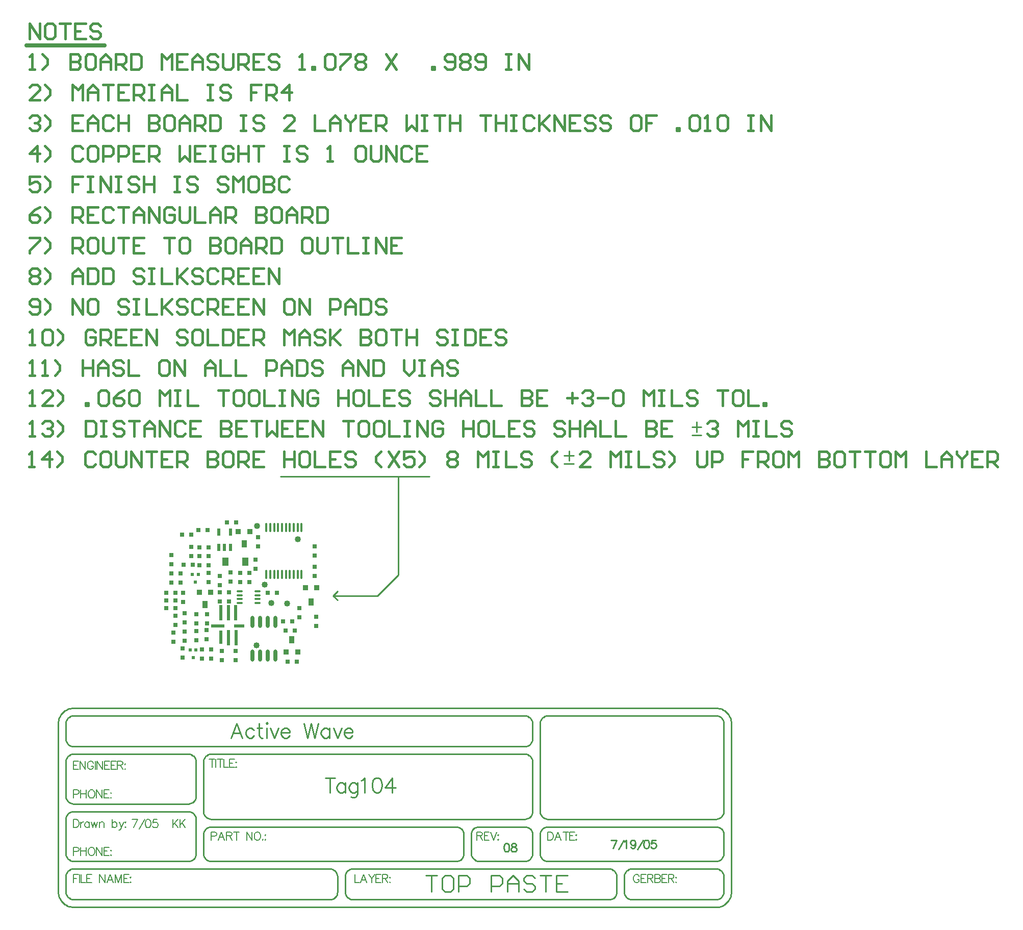
<source format=gtp>
%FSLAX24Y24*%
%MOIN*%
G70*
G01*
G75*
%ADD10R,0.0300X0.0300*%
%ADD11R,0.0360X0.0500*%
%ADD12R,0.0360X0.0360*%
%ADD13O,0.0160X0.0600*%
%ADD14C,0.0400*%
%ADD15O,0.0400X0.0160*%
%ADD16R,0.0200X0.0500*%
%ADD17R,0.0400X0.0550*%
%ADD18R,0.0236X0.0236*%
%ADD19R,0.0700X0.0236*%
%ADD20R,0.0236X0.1000*%
%ADD21R,0.0900X0.0236*%
%ADD22R,0.0236X0.0900*%
%ADD23O,0.0240X0.0800*%
%ADD24C,0.0080*%
%ADD25C,0.0150*%
%ADD26C,0.0100*%
%ADD27C,0.0120*%
%ADD28C,0.0140*%
%ADD29C,0.0160*%
%ADD30C,0.0060*%
%ADD31C,0.0250*%
%ADD32C,0.0070*%
%ADD33C,0.0090*%
%ADD34C,0.0050*%
%ADD35C,0.0700*%
%ADD36R,0.0500X0.0500*%
%ADD37C,0.0600*%
%ADD38C,0.0280*%
%ADD39C,0.0300*%
%ADD40R,0.2000X0.1500*%
%ADD41R,0.2000X0.1000*%
%ADD42R,0.1500X0.1500*%
%ADD43C,0.0030*%
D10*
X89426Y64927D02*
D03*
X88826D02*
D03*
X88976Y64327D02*
D03*
X89576D02*
D03*
X89726Y62277D02*
D03*
X89126D02*
D03*
X90876Y67877D02*
D03*
X90976Y65227D02*
D03*
X82386Y63637D02*
D03*
Y64237D02*
D03*
X83356Y69757D02*
D03*
X87040Y68943D02*
D03*
X84696Y66207D02*
D03*
X84840Y62993D02*
D03*
X81526Y68647D02*
D03*
X83356Y69177D02*
D03*
X86626Y67497D02*
D03*
Y68097D02*
D03*
X85386Y67507D02*
D03*
Y68107D02*
D03*
X82306Y66177D02*
D03*
Y66777D02*
D03*
X83956Y69757D02*
D03*
X86016Y68087D02*
D03*
Y67487D02*
D03*
X85156Y71367D02*
D03*
X85756D02*
D03*
X83876Y70867D02*
D03*
X83276D02*
D03*
X81526Y67447D02*
D03*
Y68047D02*
D03*
X82826Y69797D02*
D03*
Y69197D02*
D03*
X82396Y65437D02*
D03*
Y64837D02*
D03*
X83146Y63677D02*
D03*
Y64277D02*
D03*
X90876Y68477D02*
D03*
X83836Y64337D02*
D03*
Y63737D02*
D03*
X85740Y62993D02*
D03*
X89876Y65177D02*
D03*
Y65777D02*
D03*
X87040Y68343D02*
D03*
X88426Y66777D02*
D03*
X87826D02*
D03*
X84696Y66807D02*
D03*
X87186Y69817D02*
D03*
Y70417D02*
D03*
X83540Y62493D02*
D03*
X84140D02*
D03*
X81776Y65777D02*
D03*
X81176D02*
D03*
X81776Y66767D02*
D03*
X81176D02*
D03*
X84706Y67277D02*
D03*
Y67877D02*
D03*
X84840Y62393D02*
D03*
X83956Y68577D02*
D03*
X83356D02*
D03*
X81526Y69247D02*
D03*
X84126Y63067D02*
D03*
X83526D02*
D03*
X83956Y69177D02*
D03*
X82126Y68047D02*
D03*
Y67447D02*
D03*
X83846Y65387D02*
D03*
Y64787D02*
D03*
X83146Y65387D02*
D03*
Y64787D02*
D03*
X81646Y64196D02*
D03*
Y63596D02*
D03*
X85740Y62393D02*
D03*
X85295Y66807D02*
D03*
Y66207D02*
D03*
X83956Y68077D02*
D03*
Y67477D02*
D03*
X82226Y70567D02*
D03*
X82826D02*
D03*
X82936Y68607D02*
D03*
X82336D02*
D03*
X81776Y66277D02*
D03*
X81176D02*
D03*
X90976Y64627D02*
D03*
X90876Y69827D02*
D03*
Y69227D02*
D03*
X82246Y62537D02*
D03*
Y63137D02*
D03*
X81776Y65277D02*
D03*
Y64677D02*
D03*
D11*
X89406Y63727D02*
D03*
X83716Y66007D02*
D03*
X86276Y69977D02*
D03*
X90652Y66182D02*
D03*
D12*
X89026Y62927D02*
D03*
X89776D02*
D03*
X91026Y67127D02*
D03*
X84096Y66807D02*
D03*
X83346D02*
D03*
X86656Y70777D02*
D03*
X85906D02*
D03*
X90278Y67127D02*
D03*
D13*
X88245Y71057D02*
D03*
X90036Y67986D02*
D03*
X89780D02*
D03*
X89524D02*
D03*
X89268D02*
D03*
X89012D02*
D03*
X88757D02*
D03*
X87989D02*
D03*
X87733D02*
D03*
Y71057D02*
D03*
X87989D02*
D03*
X88501D02*
D03*
X88757D02*
D03*
X89012D02*
D03*
X89268D02*
D03*
X89524D02*
D03*
X89780D02*
D03*
X90036D02*
D03*
X88501Y67986D02*
D03*
X88245D02*
D03*
D14*
X89776Y70297D02*
D03*
X87076Y63347D02*
D03*
X88068Y66107D02*
D03*
X87626Y67327D02*
D03*
X87118Y71157D02*
D03*
X89077Y66077D02*
D03*
D15*
X85986Y66109D02*
D03*
X87167Y66877D02*
D03*
X85986D02*
D03*
Y66621D02*
D03*
Y66365D02*
D03*
X87167Y66109D02*
D03*
Y66365D02*
D03*
Y66621D02*
D03*
D16*
X84996Y69747D02*
D03*
X85376D02*
D03*
Y70747D02*
D03*
X84626Y69747D02*
D03*
Y70747D02*
D03*
D17*
X85066Y68807D02*
D03*
X86366D02*
D03*
D18*
X83103Y67465D02*
D03*
X82906Y67977D02*
D03*
X83300D02*
D03*
X83140Y63057D02*
D03*
X82746D02*
D03*
X82943Y62545D02*
D03*
D19*
X85967Y64630D02*
D03*
D20*
X85746Y63846D02*
D03*
X85246D02*
D03*
X84746Y65467D02*
D03*
X85246D02*
D03*
X85736Y65477D02*
D03*
D21*
X84547Y64630D02*
D03*
D22*
X84746Y63896D02*
D03*
D23*
X86816Y62677D02*
D03*
X87316D02*
D03*
X87816D02*
D03*
X88316D02*
D03*
Y64877D02*
D03*
X87816D02*
D03*
X87316D02*
D03*
X86816D02*
D03*
D24*
X79310Y51968D02*
X79056Y51434D01*
X78955Y51968D02*
X79310D01*
X79430Y51358D02*
X79785Y51968D01*
X79973D02*
X79897Y51942D01*
X79846Y51866D01*
X79821Y51739D01*
Y51663D01*
X79846Y51536D01*
X79897Y51460D01*
X79973Y51434D01*
X80024D01*
X80100Y51460D01*
X80151Y51536D01*
X80176Y51663D01*
Y51739D01*
X80151Y51866D01*
X80100Y51942D01*
X80024Y51968D01*
X79973D01*
X80600D02*
X80346D01*
X80321Y51739D01*
X80346Y51765D01*
X80423Y51790D01*
X80499D01*
X80575Y51765D01*
X80626Y51714D01*
X80651Y51638D01*
Y51587D01*
X80626Y51511D01*
X80575Y51460D01*
X80499Y51434D01*
X80423D01*
X80346Y51460D01*
X80321Y51485D01*
X80296Y51536D01*
X81608Y51968D02*
Y51434D01*
X81964Y51968D02*
X81608Y51612D01*
X81735Y51739D02*
X81964Y51434D01*
X82083Y51968D02*
Y51434D01*
X82439Y51968D02*
X82083Y51612D01*
X82210Y51739D02*
X82439Y51434D01*
D25*
X72242Y82992D02*
X72575D01*
X72409D01*
Y83991D01*
X72242Y83825D01*
X73075D02*
X73242Y83991D01*
X73575D01*
X73742Y83825D01*
Y83158D01*
X73575Y82992D01*
X73242D01*
X73075Y83158D01*
Y83825D01*
X74075Y82992D02*
X74408Y83325D01*
Y83658D01*
X74075Y83991D01*
X76574Y83825D02*
X76407Y83991D01*
X76074D01*
X75908Y83825D01*
Y83158D01*
X76074Y82992D01*
X76407D01*
X76574Y83158D01*
Y83492D01*
X76241D01*
X76907Y82992D02*
Y83991D01*
X77407D01*
X77574Y83825D01*
Y83492D01*
X77407Y83325D01*
X76907D01*
X77240D02*
X77574Y82992D01*
X78573Y83991D02*
X77907D01*
Y82992D01*
X78573D01*
X77907Y83492D02*
X78240D01*
X79573Y83991D02*
X78907D01*
Y82992D01*
X79573D01*
X78907Y83492D02*
X79240D01*
X79906Y82992D02*
Y83991D01*
X80573Y82992D01*
Y83991D01*
X82572Y83825D02*
X82405Y83991D01*
X82072D01*
X81906Y83825D01*
Y83658D01*
X82072Y83492D01*
X82405D01*
X82572Y83325D01*
Y83158D01*
X82405Y82992D01*
X82072D01*
X81906Y83158D01*
X83405Y83991D02*
X83072D01*
X82905Y83825D01*
Y83158D01*
X83072Y82992D01*
X83405D01*
X83572Y83158D01*
Y83825D01*
X83405Y83991D01*
X83905D02*
Y82992D01*
X84571D01*
X84905Y83991D02*
Y82992D01*
X85404D01*
X85571Y83158D01*
Y83825D01*
X85404Y83991D01*
X84905D01*
X86571D02*
X85904D01*
Y82992D01*
X86571D01*
X85904Y83492D02*
X86237D01*
X86904Y82992D02*
Y83991D01*
X87404D01*
X87570Y83825D01*
Y83492D01*
X87404Y83325D01*
X86904D01*
X87237D02*
X87570Y82992D01*
X88903D02*
Y83991D01*
X89237Y83658D01*
X89570Y83991D01*
Y82992D01*
X89903D02*
Y83658D01*
X90236Y83991D01*
X90569Y83658D01*
Y82992D01*
Y83492D01*
X89903D01*
X91569Y83825D02*
X91403Y83991D01*
X91069D01*
X90903Y83825D01*
Y83658D01*
X91069Y83492D01*
X91403D01*
X91569Y83325D01*
Y83158D01*
X91403Y82992D01*
X91069D01*
X90903Y83158D01*
X91902Y83991D02*
Y82992D01*
Y83325D01*
X92569Y83991D01*
X92069Y83492D01*
X92569Y82992D01*
X93902Y83991D02*
Y82992D01*
X94402D01*
X94568Y83158D01*
Y83325D01*
X94402Y83492D01*
X93902D01*
X94402D01*
X94568Y83658D01*
Y83825D01*
X94402Y83991D01*
X93902D01*
X95401D02*
X95068D01*
X94901Y83825D01*
Y83158D01*
X95068Y82992D01*
X95401D01*
X95568Y83158D01*
Y83825D01*
X95401Y83991D01*
X95901D02*
X96567D01*
X96234D01*
Y82992D01*
X96901Y83991D02*
Y82992D01*
Y83492D01*
X97567D01*
Y83991D01*
Y82992D01*
X99567Y83825D02*
X99400Y83991D01*
X99067D01*
X98900Y83825D01*
Y83658D01*
X99067Y83492D01*
X99400D01*
X99567Y83325D01*
Y83158D01*
X99400Y82992D01*
X99067D01*
X98900Y83158D01*
X99900Y83991D02*
X100233D01*
X100066D01*
Y82992D01*
X99900D01*
X100233D01*
X100733Y83991D02*
Y82992D01*
X101233D01*
X101399Y83158D01*
Y83825D01*
X101233Y83991D01*
X100733D01*
X102399D02*
X101732D01*
Y82992D01*
X102399D01*
X101732Y83492D02*
X102066D01*
X103399Y83825D02*
X103232Y83991D01*
X102899D01*
X102732Y83825D01*
Y83658D01*
X102899Y83492D01*
X103232D01*
X103399Y83325D01*
Y83158D01*
X103232Y82992D01*
X102899D01*
X102732Y83158D01*
X72242Y102992D02*
Y103991D01*
X72908Y102992D01*
Y103991D01*
X73742D02*
X73408D01*
X73242Y103825D01*
Y103158D01*
X73408Y102992D01*
X73742D01*
X73908Y103158D01*
Y103825D01*
X73742Y103991D01*
X74241D02*
X74908D01*
X74575D01*
Y102992D01*
X75908Y103991D02*
X75241D01*
Y102992D01*
X75908D01*
X75241Y103492D02*
X75574D01*
X76907Y103825D02*
X76741Y103991D01*
X76407D01*
X76241Y103825D01*
Y103658D01*
X76407Y103492D01*
X76741D01*
X76907Y103325D01*
Y103158D01*
X76741Y102992D01*
X76407D01*
X76241Y103158D01*
X72242Y97825D02*
X72409Y97991D01*
X72742D01*
X72908Y97825D01*
Y97658D01*
X72742Y97492D01*
X72575D01*
X72742D01*
X72908Y97325D01*
Y97158D01*
X72742Y96992D01*
X72409D01*
X72242Y97158D01*
X73242Y96992D02*
X73575Y97325D01*
Y97658D01*
X73242Y97991D01*
X75741D02*
X75074D01*
Y96992D01*
X75741D01*
X75074Y97492D02*
X75408D01*
X76074Y96992D02*
Y97658D01*
X76407Y97991D01*
X76741Y97658D01*
Y96992D01*
Y97492D01*
X76074D01*
X77740Y97825D02*
X77574Y97991D01*
X77240D01*
X77074Y97825D01*
Y97158D01*
X77240Y96992D01*
X77574D01*
X77740Y97158D01*
X78073Y97991D02*
Y96992D01*
Y97492D01*
X78740D01*
Y97991D01*
Y96992D01*
X80073Y97991D02*
Y96992D01*
X80573D01*
X80739Y97158D01*
Y97325D01*
X80573Y97492D01*
X80073D01*
X80573D01*
X80739Y97658D01*
Y97825D01*
X80573Y97991D01*
X80073D01*
X81572D02*
X81239D01*
X81073Y97825D01*
Y97158D01*
X81239Y96992D01*
X81572D01*
X81739Y97158D01*
Y97825D01*
X81572Y97991D01*
X82072Y96992D02*
Y97658D01*
X82405Y97991D01*
X82739Y97658D01*
Y96992D01*
Y97492D01*
X82072D01*
X83072Y96992D02*
Y97991D01*
X83572D01*
X83738Y97825D01*
Y97492D01*
X83572Y97325D01*
X83072D01*
X83405D02*
X83738Y96992D01*
X84072Y97991D02*
Y96992D01*
X84571D01*
X84738Y97158D01*
Y97825D01*
X84571Y97991D01*
X84072D01*
X86071D02*
X86404D01*
X86237D01*
Y96992D01*
X86071D01*
X86404D01*
X87570Y97825D02*
X87404Y97991D01*
X87071D01*
X86904Y97825D01*
Y97658D01*
X87071Y97492D01*
X87404D01*
X87570Y97325D01*
Y97158D01*
X87404Y96992D01*
X87071D01*
X86904Y97158D01*
X89570Y96992D02*
X88903D01*
X89570Y97658D01*
Y97825D01*
X89403Y97991D01*
X89070D01*
X88903Y97825D01*
X90903Y97991D02*
Y96992D01*
X91569D01*
X91902D02*
Y97658D01*
X92236Y97991D01*
X92569Y97658D01*
Y96992D01*
Y97492D01*
X91902D01*
X92902Y97991D02*
Y97825D01*
X93235Y97492D01*
X93568Y97825D01*
Y97991D01*
X93235Y97492D02*
Y96992D01*
X94568Y97991D02*
X93902D01*
Y96992D01*
X94568D01*
X93902Y97492D02*
X94235D01*
X94901Y96992D02*
Y97991D01*
X95401D01*
X95568Y97825D01*
Y97492D01*
X95401Y97325D01*
X94901D01*
X95235D02*
X95568Y96992D01*
X96901Y97991D02*
Y96992D01*
X97234Y97325D01*
X97567Y96992D01*
Y97991D01*
X97900D02*
X98234D01*
X98067D01*
Y96992D01*
X97900D01*
X98234D01*
X98733Y97991D02*
X99400D01*
X99067D01*
Y96992D01*
X99733Y97991D02*
Y96992D01*
Y97492D01*
X100400D01*
Y97991D01*
Y96992D01*
X101732Y97991D02*
X102399D01*
X102066D01*
Y96992D01*
X102732Y97991D02*
Y96992D01*
Y97492D01*
X103399D01*
Y97991D01*
Y96992D01*
X103732Y97991D02*
X104065D01*
X103898D01*
Y96992D01*
X103732D01*
X104065D01*
X105231Y97825D02*
X105065Y97991D01*
X104732D01*
X104565Y97825D01*
Y97158D01*
X104732Y96992D01*
X105065D01*
X105231Y97158D01*
X105565Y97991D02*
Y96992D01*
Y97325D01*
X106231Y97991D01*
X105731Y97492D01*
X106231Y96992D01*
X106564D02*
Y97991D01*
X107231Y96992D01*
Y97991D01*
X108230D02*
X107564D01*
Y96992D01*
X108230D01*
X107564Y97492D02*
X107897D01*
X109230Y97825D02*
X109063Y97991D01*
X108730D01*
X108564Y97825D01*
Y97658D01*
X108730Y97492D01*
X109063D01*
X109230Y97325D01*
Y97158D01*
X109063Y96992D01*
X108730D01*
X108564Y97158D01*
X110230Y97825D02*
X110063Y97991D01*
X109730D01*
X109563Y97825D01*
Y97658D01*
X109730Y97492D01*
X110063D01*
X110230Y97325D01*
Y97158D01*
X110063Y96992D01*
X109730D01*
X109563Y97158D01*
X112062Y97991D02*
X111729D01*
X111563Y97825D01*
Y97158D01*
X111729Y96992D01*
X112062D01*
X112229Y97158D01*
Y97825D01*
X112062Y97991D01*
X113229D02*
X112562D01*
Y97492D01*
X112896D01*
X112562D01*
Y96992D01*
X114562D02*
Y97158D01*
X114728D01*
Y96992D01*
X114562D01*
X115395Y97825D02*
X115561Y97991D01*
X115895D01*
X116061Y97825D01*
Y97158D01*
X115895Y96992D01*
X115561D01*
X115395Y97158D01*
Y97825D01*
X116394Y96992D02*
X116728D01*
X116561D01*
Y97991D01*
X116394Y97825D01*
X117227D02*
X117394Y97991D01*
X117727D01*
X117894Y97825D01*
Y97158D01*
X117727Y96992D01*
X117394D01*
X117227Y97158D01*
Y97825D01*
X119227Y97991D02*
X119560D01*
X119393D01*
Y96992D01*
X119227D01*
X119560D01*
X120060D02*
Y97991D01*
X120726Y96992D01*
Y97991D01*
X72742Y94992D02*
Y95991D01*
X72242Y95492D01*
X72908D01*
X73242Y94992D02*
X73575Y95325D01*
Y95658D01*
X73242Y95991D01*
X75741Y95825D02*
X75574Y95991D01*
X75241D01*
X75074Y95825D01*
Y95158D01*
X75241Y94992D01*
X75574D01*
X75741Y95158D01*
X76574Y95991D02*
X76241D01*
X76074Y95825D01*
Y95158D01*
X76241Y94992D01*
X76574D01*
X76741Y95158D01*
Y95825D01*
X76574Y95991D01*
X77074Y94992D02*
Y95991D01*
X77574D01*
X77740Y95825D01*
Y95492D01*
X77574Y95325D01*
X77074D01*
X78073Y94992D02*
Y95991D01*
X78573D01*
X78740Y95825D01*
Y95492D01*
X78573Y95325D01*
X78073D01*
X79740Y95991D02*
X79073D01*
Y94992D01*
X79740D01*
X79073Y95492D02*
X79406D01*
X80073Y94992D02*
Y95991D01*
X80573D01*
X80739Y95825D01*
Y95492D01*
X80573Y95325D01*
X80073D01*
X80406D02*
X80739Y94992D01*
X82072Y95991D02*
Y94992D01*
X82405Y95325D01*
X82739Y94992D01*
Y95991D01*
X83738D02*
X83072D01*
Y94992D01*
X83738D01*
X83072Y95492D02*
X83405D01*
X84072Y95991D02*
X84405D01*
X84238D01*
Y94992D01*
X84072D01*
X84405D01*
X85571Y95825D02*
X85404Y95991D01*
X85071D01*
X84905Y95825D01*
Y95158D01*
X85071Y94992D01*
X85404D01*
X85571Y95158D01*
Y95492D01*
X85238D01*
X85904Y95991D02*
Y94992D01*
Y95492D01*
X86571D01*
Y95991D01*
Y94992D01*
X86904Y95991D02*
X87570D01*
X87237D01*
Y94992D01*
X88903Y95991D02*
X89237D01*
X89070D01*
Y94992D01*
X88903D01*
X89237D01*
X90403Y95825D02*
X90236Y95991D01*
X89903D01*
X89736Y95825D01*
Y95658D01*
X89903Y95492D01*
X90236D01*
X90403Y95325D01*
Y95158D01*
X90236Y94992D01*
X89903D01*
X89736Y95158D01*
X91736Y94992D02*
X92069D01*
X91902D01*
Y95991D01*
X91736Y95825D01*
X94068Y95991D02*
X93735D01*
X93568Y95825D01*
Y95158D01*
X93735Y94992D01*
X94068D01*
X94235Y95158D01*
Y95825D01*
X94068Y95991D01*
X94568D02*
Y95158D01*
X94735Y94992D01*
X95068D01*
X95235Y95158D01*
Y95991D01*
X95568Y94992D02*
Y95991D01*
X96234Y94992D01*
Y95991D01*
X97234Y95825D02*
X97067Y95991D01*
X96734D01*
X96567Y95825D01*
Y95158D01*
X96734Y94992D01*
X97067D01*
X97234Y95158D01*
X98234Y95991D02*
X97567D01*
Y94992D01*
X98234D01*
X97567Y95492D02*
X97900D01*
X72908Y93991D02*
X72242D01*
Y93492D01*
X72575Y93658D01*
X72742D01*
X72908Y93492D01*
Y93158D01*
X72742Y92992D01*
X72409D01*
X72242Y93158D01*
X73242Y92992D02*
X73575Y93325D01*
Y93658D01*
X73242Y93991D01*
X75741D02*
X75074D01*
Y93492D01*
X75408D01*
X75074D01*
Y92992D01*
X76074Y93991D02*
X76407D01*
X76241D01*
Y92992D01*
X76074D01*
X76407D01*
X76907D02*
Y93991D01*
X77574Y92992D01*
Y93991D01*
X77907D02*
X78240D01*
X78073D01*
Y92992D01*
X77907D01*
X78240D01*
X79406Y93825D02*
X79240Y93991D01*
X78907D01*
X78740Y93825D01*
Y93658D01*
X78907Y93492D01*
X79240D01*
X79406Y93325D01*
Y93158D01*
X79240Y92992D01*
X78907D01*
X78740Y93158D01*
X79740Y93991D02*
Y92992D01*
Y93492D01*
X80406D01*
Y93991D01*
Y92992D01*
X81739Y93991D02*
X82072D01*
X81906D01*
Y92992D01*
X81739D01*
X82072D01*
X83238Y93825D02*
X83072Y93991D01*
X82739D01*
X82572Y93825D01*
Y93658D01*
X82739Y93492D01*
X83072D01*
X83238Y93325D01*
Y93158D01*
X83072Y92992D01*
X82739D01*
X82572Y93158D01*
X85238Y93825D02*
X85071Y93991D01*
X84738D01*
X84571Y93825D01*
Y93658D01*
X84738Y93492D01*
X85071D01*
X85238Y93325D01*
Y93158D01*
X85071Y92992D01*
X84738D01*
X84571Y93158D01*
X85571Y92992D02*
Y93991D01*
X85904Y93658D01*
X86237Y93991D01*
Y92992D01*
X87071Y93991D02*
X86737D01*
X86571Y93825D01*
Y93158D01*
X86737Y92992D01*
X87071D01*
X87237Y93158D01*
Y93825D01*
X87071Y93991D01*
X87570D02*
Y92992D01*
X88070D01*
X88237Y93158D01*
Y93325D01*
X88070Y93492D01*
X87570D01*
X88070D01*
X88237Y93658D01*
Y93825D01*
X88070Y93991D01*
X87570D01*
X89237Y93825D02*
X89070Y93991D01*
X88737D01*
X88570Y93825D01*
Y93158D01*
X88737Y92992D01*
X89070D01*
X89237Y93158D01*
X72908Y91991D02*
X72575Y91825D01*
X72242Y91492D01*
Y91158D01*
X72409Y90992D01*
X72742D01*
X72908Y91158D01*
Y91325D01*
X72742Y91492D01*
X72242D01*
X73242Y90992D02*
X73575Y91325D01*
Y91658D01*
X73242Y91991D01*
X75074Y90992D02*
Y91991D01*
X75574D01*
X75741Y91825D01*
Y91492D01*
X75574Y91325D01*
X75074D01*
X75408D02*
X75741Y90992D01*
X76741Y91991D02*
X76074D01*
Y90992D01*
X76741D01*
X76074Y91492D02*
X76407D01*
X77740Y91825D02*
X77574Y91991D01*
X77240D01*
X77074Y91825D01*
Y91158D01*
X77240Y90992D01*
X77574D01*
X77740Y91158D01*
X78073Y91991D02*
X78740D01*
X78407D01*
Y90992D01*
X79073D02*
Y91658D01*
X79406Y91991D01*
X79740Y91658D01*
Y90992D01*
Y91492D01*
X79073D01*
X80073Y90992D02*
Y91991D01*
X80739Y90992D01*
Y91991D01*
X81739Y91825D02*
X81572Y91991D01*
X81239D01*
X81073Y91825D01*
Y91158D01*
X81239Y90992D01*
X81572D01*
X81739Y91158D01*
Y91492D01*
X81406D01*
X82072Y91991D02*
Y91158D01*
X82239Y90992D01*
X82572D01*
X82739Y91158D01*
Y91991D01*
X83072D02*
Y90992D01*
X83738D01*
X84072D02*
Y91658D01*
X84405Y91991D01*
X84738Y91658D01*
Y90992D01*
Y91492D01*
X84072D01*
X85071Y90992D02*
Y91991D01*
X85571D01*
X85738Y91825D01*
Y91492D01*
X85571Y91325D01*
X85071D01*
X85404D02*
X85738Y90992D01*
X87071Y91991D02*
Y90992D01*
X87570D01*
X87737Y91158D01*
Y91325D01*
X87570Y91492D01*
X87071D01*
X87570D01*
X87737Y91658D01*
Y91825D01*
X87570Y91991D01*
X87071D01*
X88570D02*
X88237D01*
X88070Y91825D01*
Y91158D01*
X88237Y90992D01*
X88570D01*
X88737Y91158D01*
Y91825D01*
X88570Y91991D01*
X89070Y90992D02*
Y91658D01*
X89403Y91991D01*
X89736Y91658D01*
Y90992D01*
Y91492D01*
X89070D01*
X90070Y90992D02*
Y91991D01*
X90569D01*
X90736Y91825D01*
Y91492D01*
X90569Y91325D01*
X90070D01*
X90403D02*
X90736Y90992D01*
X91069Y91991D02*
Y90992D01*
X91569D01*
X91736Y91158D01*
Y91825D01*
X91569Y91991D01*
X91069D01*
X72242Y89991D02*
X72908D01*
Y89825D01*
X72242Y89158D01*
Y88992D01*
X73242D02*
X73575Y89325D01*
Y89658D01*
X73242Y89991D01*
X75074Y88992D02*
Y89991D01*
X75574D01*
X75741Y89825D01*
Y89492D01*
X75574Y89325D01*
X75074D01*
X75408D02*
X75741Y88992D01*
X76574Y89991D02*
X76241D01*
X76074Y89825D01*
Y89158D01*
X76241Y88992D01*
X76574D01*
X76741Y89158D01*
Y89825D01*
X76574Y89991D01*
X77074D02*
Y89158D01*
X77240Y88992D01*
X77574D01*
X77740Y89158D01*
Y89991D01*
X78073D02*
X78740D01*
X78407D01*
Y88992D01*
X79740Y89991D02*
X79073D01*
Y88992D01*
X79740D01*
X79073Y89492D02*
X79406D01*
X81073Y89991D02*
X81739D01*
X81406D01*
Y88992D01*
X82572Y89991D02*
X82239D01*
X82072Y89825D01*
Y89158D01*
X82239Y88992D01*
X82572D01*
X82739Y89158D01*
Y89825D01*
X82572Y89991D01*
X84072D02*
Y88992D01*
X84571D01*
X84738Y89158D01*
Y89325D01*
X84571Y89492D01*
X84072D01*
X84571D01*
X84738Y89658D01*
Y89825D01*
X84571Y89991D01*
X84072D01*
X85571D02*
X85238D01*
X85071Y89825D01*
Y89158D01*
X85238Y88992D01*
X85571D01*
X85738Y89158D01*
Y89825D01*
X85571Y89991D01*
X86071Y88992D02*
Y89658D01*
X86404Y89991D01*
X86737Y89658D01*
Y88992D01*
Y89492D01*
X86071D01*
X87071Y88992D02*
Y89991D01*
X87570D01*
X87737Y89825D01*
Y89492D01*
X87570Y89325D01*
X87071D01*
X87404D02*
X87737Y88992D01*
X88070Y89991D02*
Y88992D01*
X88570D01*
X88737Y89158D01*
Y89825D01*
X88570Y89991D01*
X88070D01*
X90569D02*
X90236D01*
X90070Y89825D01*
Y89158D01*
X90236Y88992D01*
X90569D01*
X90736Y89158D01*
Y89825D01*
X90569Y89991D01*
X91069D02*
Y89158D01*
X91236Y88992D01*
X91569D01*
X91736Y89158D01*
Y89991D01*
X92069D02*
X92735D01*
X92402D01*
Y88992D01*
X93069Y89991D02*
Y88992D01*
X93735D01*
X94068Y89991D02*
X94402D01*
X94235D01*
Y88992D01*
X94068D01*
X94402D01*
X94901D02*
Y89991D01*
X95568Y88992D01*
Y89991D01*
X96567D02*
X95901D01*
Y88992D01*
X96567D01*
X95901Y89492D02*
X96234D01*
X72242Y87825D02*
X72409Y87991D01*
X72742D01*
X72908Y87825D01*
Y87658D01*
X72742Y87492D01*
X72908Y87325D01*
Y87158D01*
X72742Y86992D01*
X72409D01*
X72242Y87158D01*
Y87325D01*
X72409Y87492D01*
X72242Y87658D01*
Y87825D01*
X72409Y87492D02*
X72742D01*
X73242Y86992D02*
X73575Y87325D01*
Y87658D01*
X73242Y87991D01*
X75074Y86992D02*
Y87658D01*
X75408Y87991D01*
X75741Y87658D01*
Y86992D01*
Y87492D01*
X75074D01*
X76074Y87991D02*
Y86992D01*
X76574D01*
X76741Y87158D01*
Y87825D01*
X76574Y87991D01*
X76074D01*
X77074D02*
Y86992D01*
X77574D01*
X77740Y87158D01*
Y87825D01*
X77574Y87991D01*
X77074D01*
X79740Y87825D02*
X79573Y87991D01*
X79240D01*
X79073Y87825D01*
Y87658D01*
X79240Y87492D01*
X79573D01*
X79740Y87325D01*
Y87158D01*
X79573Y86992D01*
X79240D01*
X79073Y87158D01*
X80073Y87991D02*
X80406D01*
X80239D01*
Y86992D01*
X80073D01*
X80406D01*
X80906Y87991D02*
Y86992D01*
X81572D01*
X81906Y87991D02*
Y86992D01*
Y87325D01*
X82572Y87991D01*
X82072Y87492D01*
X82572Y86992D01*
X83572Y87825D02*
X83405Y87991D01*
X83072D01*
X82905Y87825D01*
Y87658D01*
X83072Y87492D01*
X83405D01*
X83572Y87325D01*
Y87158D01*
X83405Y86992D01*
X83072D01*
X82905Y87158D01*
X84571Y87825D02*
X84405Y87991D01*
X84072D01*
X83905Y87825D01*
Y87158D01*
X84072Y86992D01*
X84405D01*
X84571Y87158D01*
X84905Y86992D02*
Y87991D01*
X85404D01*
X85571Y87825D01*
Y87492D01*
X85404Y87325D01*
X84905D01*
X85238D02*
X85571Y86992D01*
X86571Y87991D02*
X85904D01*
Y86992D01*
X86571D01*
X85904Y87492D02*
X86237D01*
X87570Y87991D02*
X86904D01*
Y86992D01*
X87570D01*
X86904Y87492D02*
X87237D01*
X87904Y86992D02*
Y87991D01*
X88570Y86992D01*
Y87991D01*
X72242Y85158D02*
X72409Y84992D01*
X72742D01*
X72908Y85158D01*
Y85825D01*
X72742Y85991D01*
X72409D01*
X72242Y85825D01*
Y85658D01*
X72409Y85492D01*
X72908D01*
X73242Y84992D02*
X73575Y85325D01*
Y85658D01*
X73242Y85991D01*
X75074Y84992D02*
Y85991D01*
X75741Y84992D01*
Y85991D01*
X76574D02*
X76241D01*
X76074Y85825D01*
Y85158D01*
X76241Y84992D01*
X76574D01*
X76741Y85158D01*
Y85825D01*
X76574Y85991D01*
X78740Y85825D02*
X78573Y85991D01*
X78240D01*
X78073Y85825D01*
Y85658D01*
X78240Y85492D01*
X78573D01*
X78740Y85325D01*
Y85158D01*
X78573Y84992D01*
X78240D01*
X78073Y85158D01*
X79073Y85991D02*
X79406D01*
X79240D01*
Y84992D01*
X79073D01*
X79406D01*
X79906Y85991D02*
Y84992D01*
X80573D01*
X80906Y85991D02*
Y84992D01*
Y85325D01*
X81572Y85991D01*
X81073Y85492D01*
X81572Y84992D01*
X82572Y85825D02*
X82405Y85991D01*
X82072D01*
X81906Y85825D01*
Y85658D01*
X82072Y85492D01*
X82405D01*
X82572Y85325D01*
Y85158D01*
X82405Y84992D01*
X82072D01*
X81906Y85158D01*
X83572Y85825D02*
X83405Y85991D01*
X83072D01*
X82905Y85825D01*
Y85158D01*
X83072Y84992D01*
X83405D01*
X83572Y85158D01*
X83905Y84992D02*
Y85991D01*
X84405D01*
X84571Y85825D01*
Y85492D01*
X84405Y85325D01*
X83905D01*
X84238D02*
X84571Y84992D01*
X85571Y85991D02*
X84905D01*
Y84992D01*
X85571D01*
X84905Y85492D02*
X85238D01*
X86571Y85991D02*
X85904D01*
Y84992D01*
X86571D01*
X85904Y85492D02*
X86237D01*
X86904Y84992D02*
Y85991D01*
X87570Y84992D01*
Y85991D01*
X89403D02*
X89070D01*
X88903Y85825D01*
Y85158D01*
X89070Y84992D01*
X89403D01*
X89570Y85158D01*
Y85825D01*
X89403Y85991D01*
X89903Y84992D02*
Y85991D01*
X90569Y84992D01*
Y85991D01*
X91902Y84992D02*
Y85991D01*
X92402D01*
X92569Y85825D01*
Y85492D01*
X92402Y85325D01*
X91902D01*
X92902Y84992D02*
Y85658D01*
X93235Y85991D01*
X93568Y85658D01*
Y84992D01*
Y85492D01*
X92902D01*
X93902Y85991D02*
Y84992D01*
X94402D01*
X94568Y85158D01*
Y85825D01*
X94402Y85991D01*
X93902D01*
X95568Y85825D02*
X95401Y85991D01*
X95068D01*
X94901Y85825D01*
Y85658D01*
X95068Y85492D01*
X95401D01*
X95568Y85325D01*
Y85158D01*
X95401Y84992D01*
X95068D01*
X94901Y85158D01*
X72242Y100992D02*
X72575D01*
X72409D01*
Y101991D01*
X72242Y101825D01*
X73075Y100992D02*
X73408Y101325D01*
Y101658D01*
X73075Y101991D01*
X74908D02*
Y100992D01*
X75408D01*
X75574Y101158D01*
Y101325D01*
X75408Y101492D01*
X74908D01*
X75408D01*
X75574Y101658D01*
Y101825D01*
X75408Y101991D01*
X74908D01*
X76407D02*
X76074D01*
X75908Y101825D01*
Y101158D01*
X76074Y100992D01*
X76407D01*
X76574Y101158D01*
Y101825D01*
X76407Y101991D01*
X76907Y100992D02*
Y101658D01*
X77240Y101991D01*
X77574Y101658D01*
Y100992D01*
Y101492D01*
X76907D01*
X77907Y100992D02*
Y101991D01*
X78407D01*
X78573Y101825D01*
Y101492D01*
X78407Y101325D01*
X77907D01*
X78240D02*
X78573Y100992D01*
X78907Y101991D02*
Y100992D01*
X79406D01*
X79573Y101158D01*
Y101825D01*
X79406Y101991D01*
X78907D01*
X80906Y100992D02*
Y101991D01*
X81239Y101658D01*
X81572Y101991D01*
Y100992D01*
X82572Y101991D02*
X81906D01*
Y100992D01*
X82572D01*
X81906Y101492D02*
X82239D01*
X82905Y100992D02*
Y101658D01*
X83238Y101991D01*
X83572Y101658D01*
Y100992D01*
Y101492D01*
X82905D01*
X84571Y101825D02*
X84405Y101991D01*
X84072D01*
X83905Y101825D01*
Y101658D01*
X84072Y101492D01*
X84405D01*
X84571Y101325D01*
Y101158D01*
X84405Y100992D01*
X84072D01*
X83905Y101158D01*
X84905Y101991D02*
Y101158D01*
X85071Y100992D01*
X85404D01*
X85571Y101158D01*
Y101991D01*
X85904Y100992D02*
Y101991D01*
X86404D01*
X86571Y101825D01*
Y101492D01*
X86404Y101325D01*
X85904D01*
X86237D02*
X86571Y100992D01*
X87570Y101991D02*
X86904D01*
Y100992D01*
X87570D01*
X86904Y101492D02*
X87237D01*
X88570Y101825D02*
X88403Y101991D01*
X88070D01*
X87904Y101825D01*
Y101658D01*
X88070Y101492D01*
X88403D01*
X88570Y101325D01*
Y101158D01*
X88403Y100992D01*
X88070D01*
X87904Y101158D01*
X89903Y100992D02*
X90236D01*
X90070D01*
Y101991D01*
X89903Y101825D01*
X90736Y100992D02*
Y101158D01*
X90903D01*
Y100992D01*
X90736D01*
X91569Y101825D02*
X91736Y101991D01*
X92069D01*
X92236Y101825D01*
Y101158D01*
X92069Y100992D01*
X91736D01*
X91569Y101158D01*
Y101825D01*
X92569Y101991D02*
X93235D01*
Y101825D01*
X92569Y101158D01*
Y100992D01*
X93568Y101825D02*
X93735Y101991D01*
X94068D01*
X94235Y101825D01*
Y101658D01*
X94068Y101492D01*
X94235Y101325D01*
Y101158D01*
X94068Y100992D01*
X93735D01*
X93568Y101158D01*
Y101325D01*
X93735Y101492D01*
X93568Y101658D01*
Y101825D01*
X93735Y101492D02*
X94068D01*
X95568Y101991D02*
X96234Y100992D01*
Y101991D02*
X95568Y100992D01*
X98567D02*
Y101158D01*
X98733D01*
Y100992D01*
X98567D01*
X99400Y101158D02*
X99567Y100992D01*
X99900D01*
X100066Y101158D01*
Y101825D01*
X99900Y101991D01*
X99567D01*
X99400Y101825D01*
Y101658D01*
X99567Y101492D01*
X100066D01*
X100400Y101825D02*
X100566Y101991D01*
X100899D01*
X101066Y101825D01*
Y101658D01*
X100899Y101492D01*
X101066Y101325D01*
Y101158D01*
X100899Y100992D01*
X100566D01*
X100400Y101158D01*
Y101325D01*
X100566Y101492D01*
X100400Y101658D01*
Y101825D01*
X100566Y101492D02*
X100899D01*
X101399Y101158D02*
X101566Y100992D01*
X101899D01*
X102066Y101158D01*
Y101825D01*
X101899Y101991D01*
X101566D01*
X101399Y101825D01*
Y101658D01*
X101566Y101492D01*
X102066D01*
X103399Y101991D02*
X103732D01*
X103565D01*
Y100992D01*
X103399D01*
X103732D01*
X104232D02*
Y101991D01*
X104898Y100992D01*
Y101991D01*
X72908Y98992D02*
X72242D01*
X72908Y99658D01*
Y99825D01*
X72742Y99991D01*
X72409D01*
X72242Y99825D01*
X73242Y98992D02*
X73575Y99325D01*
Y99658D01*
X73242Y99991D01*
X75074Y98992D02*
Y99991D01*
X75408Y99658D01*
X75741Y99991D01*
Y98992D01*
X76074D02*
Y99658D01*
X76407Y99991D01*
X76741Y99658D01*
Y98992D01*
Y99492D01*
X76074D01*
X77074Y99991D02*
X77740D01*
X77407D01*
Y98992D01*
X78740Y99991D02*
X78073D01*
Y98992D01*
X78740D01*
X78073Y99492D02*
X78407D01*
X79073Y98992D02*
Y99991D01*
X79573D01*
X79740Y99825D01*
Y99492D01*
X79573Y99325D01*
X79073D01*
X79406D02*
X79740Y98992D01*
X80073Y99991D02*
X80406D01*
X80239D01*
Y98992D01*
X80073D01*
X80406D01*
X80906D02*
Y99658D01*
X81239Y99991D01*
X81572Y99658D01*
Y98992D01*
Y99492D01*
X80906D01*
X81906Y99991D02*
Y98992D01*
X82572D01*
X83905Y99991D02*
X84238D01*
X84072D01*
Y98992D01*
X83905D01*
X84238D01*
X85404Y99825D02*
X85238Y99991D01*
X84905D01*
X84738Y99825D01*
Y99658D01*
X84905Y99492D01*
X85238D01*
X85404Y99325D01*
Y99158D01*
X85238Y98992D01*
X84905D01*
X84738Y99158D01*
X87404Y99991D02*
X86737D01*
Y99492D01*
X87071D01*
X86737D01*
Y98992D01*
X87737D02*
Y99991D01*
X88237D01*
X88403Y99825D01*
Y99492D01*
X88237Y99325D01*
X87737D01*
X88070D02*
X88403Y98992D01*
X89237D02*
Y99991D01*
X88737Y99492D01*
X89403D01*
X72242Y80992D02*
X72575D01*
X72409D01*
Y81991D01*
X72242Y81825D01*
X73075Y80992D02*
X73408D01*
X73242D01*
Y81991D01*
X73075Y81825D01*
X73908Y80992D02*
X74241Y81325D01*
Y81658D01*
X73908Y81991D01*
X75741D02*
Y80992D01*
Y81492D01*
X76407D01*
Y81991D01*
Y80992D01*
X76741D02*
Y81658D01*
X77074Y81991D01*
X77407Y81658D01*
Y80992D01*
Y81492D01*
X76741D01*
X78407Y81825D02*
X78240Y81991D01*
X77907D01*
X77740Y81825D01*
Y81658D01*
X77907Y81492D01*
X78240D01*
X78407Y81325D01*
Y81158D01*
X78240Y80992D01*
X77907D01*
X77740Y81158D01*
X78740Y81991D02*
Y80992D01*
X79406D01*
X81239Y81991D02*
X80906D01*
X80739Y81825D01*
Y81158D01*
X80906Y80992D01*
X81239D01*
X81406Y81158D01*
Y81825D01*
X81239Y81991D01*
X81739Y80992D02*
Y81991D01*
X82405Y80992D01*
Y81991D01*
X83738Y80992D02*
Y81658D01*
X84072Y81991D01*
X84405Y81658D01*
Y80992D01*
Y81492D01*
X83738D01*
X84738Y81991D02*
Y80992D01*
X85404D01*
X85738Y81991D02*
Y80992D01*
X86404D01*
X87737D02*
Y81991D01*
X88237D01*
X88403Y81825D01*
Y81492D01*
X88237Y81325D01*
X87737D01*
X88737Y80992D02*
Y81658D01*
X89070Y81991D01*
X89403Y81658D01*
Y80992D01*
Y81492D01*
X88737D01*
X89736Y81991D02*
Y80992D01*
X90236D01*
X90403Y81158D01*
Y81825D01*
X90236Y81991D01*
X89736D01*
X91403Y81825D02*
X91236Y81991D01*
X90903D01*
X90736Y81825D01*
Y81658D01*
X90903Y81492D01*
X91236D01*
X91403Y81325D01*
Y81158D01*
X91236Y80992D01*
X90903D01*
X90736Y81158D01*
X92735Y80992D02*
Y81658D01*
X93069Y81991D01*
X93402Y81658D01*
Y80992D01*
Y81492D01*
X92735D01*
X93735Y80992D02*
Y81991D01*
X94402Y80992D01*
Y81991D01*
X94735D02*
Y80992D01*
X95235D01*
X95401Y81158D01*
Y81825D01*
X95235Y81991D01*
X94735D01*
X96734D02*
Y81325D01*
X97067Y80992D01*
X97401Y81325D01*
Y81991D01*
X97734D02*
X98067D01*
X97900D01*
Y80992D01*
X97734D01*
X98067D01*
X98567D02*
Y81658D01*
X98900Y81991D01*
X99233Y81658D01*
Y80992D01*
Y81492D01*
X98567D01*
X100233Y81825D02*
X100066Y81991D01*
X99733D01*
X99567Y81825D01*
Y81658D01*
X99733Y81492D01*
X100066D01*
X100233Y81325D01*
Y81158D01*
X100066Y80992D01*
X99733D01*
X99567Y81158D01*
X72252Y79002D02*
X72585D01*
X72419D01*
Y80001D01*
X72252Y79835D01*
X73752Y79002D02*
X73085D01*
X73752Y79668D01*
Y79835D01*
X73585Y80001D01*
X73252D01*
X73085Y79835D01*
X74085Y79002D02*
X74418Y79335D01*
Y79668D01*
X74085Y80001D01*
X75918Y79002D02*
Y79168D01*
X76084D01*
Y79002D01*
X75918D01*
X76751Y79835D02*
X76917Y80001D01*
X77250D01*
X77417Y79835D01*
Y79168D01*
X77250Y79002D01*
X76917D01*
X76751Y79168D01*
Y79835D01*
X78417Y80001D02*
X78083Y79835D01*
X77750Y79502D01*
Y79168D01*
X77917Y79002D01*
X78250D01*
X78417Y79168D01*
Y79335D01*
X78250Y79502D01*
X77750D01*
X78750Y79835D02*
X78917Y80001D01*
X79250D01*
X79416Y79835D01*
Y79168D01*
X79250Y79002D01*
X78917D01*
X78750Y79168D01*
Y79835D01*
X80749Y79002D02*
Y80001D01*
X81082Y79668D01*
X81416Y80001D01*
Y79002D01*
X81749Y80001D02*
X82082D01*
X81916D01*
Y79002D01*
X81749D01*
X82082D01*
X82582Y80001D02*
Y79002D01*
X83248D01*
X84581Y80001D02*
X85248D01*
X84915D01*
Y79002D01*
X86081Y80001D02*
X85748D01*
X85581Y79835D01*
Y79168D01*
X85748Y79002D01*
X86081D01*
X86248Y79168D01*
Y79835D01*
X86081Y80001D01*
X87081D02*
X86747D01*
X86581Y79835D01*
Y79168D01*
X86747Y79002D01*
X87081D01*
X87247Y79168D01*
Y79835D01*
X87081Y80001D01*
X87580D02*
Y79002D01*
X88247D01*
X88580Y80001D02*
X88913D01*
X88747D01*
Y79002D01*
X88580D01*
X88913D01*
X89413D02*
Y80001D01*
X90080Y79002D01*
Y80001D01*
X91079Y79835D02*
X90913Y80001D01*
X90579D01*
X90413Y79835D01*
Y79168D01*
X90579Y79002D01*
X90913D01*
X91079Y79168D01*
Y79502D01*
X90746D01*
X92412Y80001D02*
Y79002D01*
Y79502D01*
X93079D01*
Y80001D01*
Y79002D01*
X93912Y80001D02*
X93578D01*
X93412Y79835D01*
Y79168D01*
X93578Y79002D01*
X93912D01*
X94078Y79168D01*
Y79835D01*
X93912Y80001D01*
X94412D02*
Y79002D01*
X95078D01*
X96078Y80001D02*
X95411D01*
Y79002D01*
X96078D01*
X95411Y79502D02*
X95744D01*
X97077Y79835D02*
X96911Y80001D01*
X96578D01*
X96411Y79835D01*
Y79668D01*
X96578Y79502D01*
X96911D01*
X97077Y79335D01*
Y79168D01*
X96911Y79002D01*
X96578D01*
X96411Y79168D01*
X99077Y79835D02*
X98910Y80001D01*
X98577D01*
X98410Y79835D01*
Y79668D01*
X98577Y79502D01*
X98910D01*
X99077Y79335D01*
Y79168D01*
X98910Y79002D01*
X98577D01*
X98410Y79168D01*
X99410Y80001D02*
Y79002D01*
Y79502D01*
X100076D01*
Y80001D01*
Y79002D01*
X100410D02*
Y79668D01*
X100743Y80001D01*
X101076Y79668D01*
Y79002D01*
Y79502D01*
X100410D01*
X101409Y80001D02*
Y79002D01*
X102076D01*
X102409Y80001D02*
Y79002D01*
X103075D01*
X104408Y80001D02*
Y79002D01*
X104908D01*
X105075Y79168D01*
Y79335D01*
X104908Y79502D01*
X104408D01*
X104908D01*
X105075Y79668D01*
Y79835D01*
X104908Y80001D01*
X104408D01*
X106074D02*
X105408D01*
Y79002D01*
X106074D01*
X105408Y79502D02*
X105741D01*
X107407D02*
X108074D01*
X107741Y79835D02*
Y79168D01*
X108407Y79835D02*
X108574Y80001D01*
X108907D01*
X109073Y79835D01*
Y79668D01*
X108907Y79502D01*
X108740D01*
X108907D01*
X109073Y79335D01*
Y79168D01*
X108907Y79002D01*
X108574D01*
X108407Y79168D01*
X109407Y79502D02*
X110073D01*
X110406Y79835D02*
X110573Y80001D01*
X110906D01*
X111073Y79835D01*
Y79168D01*
X110906Y79002D01*
X110573D01*
X110406Y79168D01*
Y79835D01*
X112406Y79002D02*
Y80001D01*
X112739Y79668D01*
X113072Y80001D01*
Y79002D01*
X113405Y80001D02*
X113739D01*
X113572D01*
Y79002D01*
X113405D01*
X113739D01*
X114238Y80001D02*
Y79002D01*
X114905D01*
X115905Y79835D02*
X115738Y80001D01*
X115405D01*
X115238Y79835D01*
Y79668D01*
X115405Y79502D01*
X115738D01*
X115905Y79335D01*
Y79168D01*
X115738Y79002D01*
X115405D01*
X115238Y79168D01*
X117237Y80001D02*
X117904D01*
X117571D01*
Y79002D01*
X118737Y80001D02*
X118404D01*
X118237Y79835D01*
Y79168D01*
X118404Y79002D01*
X118737D01*
X118904Y79168D01*
Y79835D01*
X118737Y80001D01*
X119237D02*
Y79002D01*
X119903D01*
X120237D02*
Y79168D01*
X120403D01*
Y79002D01*
X120237D01*
X72252Y77012D02*
X72585D01*
X72419D01*
Y78011D01*
X72252Y77845D01*
X73085D02*
X73252Y78011D01*
X73585D01*
X73752Y77845D01*
Y77678D01*
X73585Y77512D01*
X73418D01*
X73585D01*
X73752Y77345D01*
Y77178D01*
X73585Y77012D01*
X73252D01*
X73085Y77178D01*
X74085Y77012D02*
X74418Y77345D01*
Y77678D01*
X74085Y78011D01*
X75918D02*
Y77012D01*
X76417D01*
X76584Y77178D01*
Y77845D01*
X76417Y78011D01*
X75918D01*
X76917D02*
X77250D01*
X77084D01*
Y77012D01*
X76917D01*
X77250D01*
X78417Y77845D02*
X78250Y78011D01*
X77917D01*
X77750Y77845D01*
Y77678D01*
X77917Y77512D01*
X78250D01*
X78417Y77345D01*
Y77178D01*
X78250Y77012D01*
X77917D01*
X77750Y77178D01*
X78750Y78011D02*
X79416D01*
X79083D01*
Y77012D01*
X79750D02*
Y77678D01*
X80083Y78011D01*
X80416Y77678D01*
Y77012D01*
Y77512D01*
X79750D01*
X80749Y77012D02*
Y78011D01*
X81416Y77012D01*
Y78011D01*
X82415Y77845D02*
X82249Y78011D01*
X81916D01*
X81749Y77845D01*
Y77178D01*
X81916Y77012D01*
X82249D01*
X82415Y77178D01*
X83415Y78011D02*
X82749D01*
Y77012D01*
X83415D01*
X82749Y77512D02*
X83082D01*
X84748Y78011D02*
Y77012D01*
X85248D01*
X85414Y77178D01*
Y77345D01*
X85248Y77512D01*
X84748D01*
X85248D01*
X85414Y77678D01*
Y77845D01*
X85248Y78011D01*
X84748D01*
X86414D02*
X85748D01*
Y77012D01*
X86414D01*
X85748Y77512D02*
X86081D01*
X86747Y78011D02*
X87414D01*
X87081D01*
Y77012D01*
X87747Y78011D02*
Y77012D01*
X88080Y77345D01*
X88413Y77012D01*
Y78011D01*
X89413D02*
X88747D01*
Y77012D01*
X89413D01*
X88747Y77512D02*
X89080D01*
X90413Y78011D02*
X89746D01*
Y77012D01*
X90413D01*
X89746Y77512D02*
X90080D01*
X90746Y77012D02*
Y78011D01*
X91412Y77012D01*
Y78011D01*
X92745D02*
X93412D01*
X93079D01*
Y77012D01*
X94245Y78011D02*
X93912D01*
X93745Y77845D01*
Y77178D01*
X93912Y77012D01*
X94245D01*
X94412Y77178D01*
Y77845D01*
X94245Y78011D01*
X95245D02*
X94911D01*
X94745Y77845D01*
Y77178D01*
X94911Y77012D01*
X95245D01*
X95411Y77178D01*
Y77845D01*
X95245Y78011D01*
X95744D02*
Y77012D01*
X96411D01*
X96744Y78011D02*
X97077D01*
X96911D01*
Y77012D01*
X96744D01*
X97077D01*
X97577D02*
Y78011D01*
X98244Y77012D01*
Y78011D01*
X99243Y77845D02*
X99077Y78011D01*
X98743D01*
X98577Y77845D01*
Y77178D01*
X98743Y77012D01*
X99077D01*
X99243Y77178D01*
Y77512D01*
X98910D01*
X100576Y78011D02*
Y77012D01*
Y77512D01*
X101243D01*
Y78011D01*
Y77012D01*
X102076Y78011D02*
X101742D01*
X101576Y77845D01*
Y77178D01*
X101742Y77012D01*
X102076D01*
X102242Y77178D01*
Y77845D01*
X102076Y78011D01*
X102576D02*
Y77012D01*
X103242D01*
X104242Y78011D02*
X103575D01*
Y77012D01*
X104242D01*
X103575Y77512D02*
X103908D01*
X105241Y77845D02*
X105075Y78011D01*
X104742D01*
X104575Y77845D01*
Y77678D01*
X104742Y77512D01*
X105075D01*
X105241Y77345D01*
Y77178D01*
X105075Y77012D01*
X104742D01*
X104575Y77178D01*
X107241Y77845D02*
X107074Y78011D01*
X106741D01*
X106574Y77845D01*
Y77678D01*
X106741Y77512D01*
X107074D01*
X107241Y77345D01*
Y77178D01*
X107074Y77012D01*
X106741D01*
X106574Y77178D01*
X107574Y78011D02*
Y77012D01*
Y77512D01*
X108240D01*
Y78011D01*
Y77012D01*
X108574D02*
Y77678D01*
X108907Y78011D01*
X109240Y77678D01*
Y77012D01*
Y77512D01*
X108574D01*
X109573Y78011D02*
Y77012D01*
X110240D01*
X110573Y78011D02*
Y77012D01*
X111239D01*
X112572Y78011D02*
Y77012D01*
X113072D01*
X113239Y77178D01*
Y77345D01*
X113072Y77512D01*
X112572D01*
X113072D01*
X113239Y77678D01*
Y77845D01*
X113072Y78011D01*
X112572D01*
X114238D02*
X113572D01*
Y77012D01*
X114238D01*
X113572Y77512D02*
X113905D01*
X116571Y77845D02*
X116738Y78011D01*
X117071D01*
X117237Y77845D01*
Y77678D01*
X117071Y77512D01*
X116904D01*
X117071D01*
X117237Y77345D01*
Y77178D01*
X117071Y77012D01*
X116738D01*
X116571Y77178D01*
X118570Y77012D02*
Y78011D01*
X118904Y77678D01*
X119237Y78011D01*
Y77012D01*
X119570Y78011D02*
X119903D01*
X119737D01*
Y77012D01*
X119570D01*
X119903D01*
X120403Y78011D02*
Y77012D01*
X121070D01*
X122069Y77845D02*
X121903Y78011D01*
X121569D01*
X121403Y77845D01*
Y77678D01*
X121569Y77512D01*
X121903D01*
X122069Y77345D01*
Y77178D01*
X121903Y77012D01*
X121569D01*
X121403Y77178D01*
X72222Y75007D02*
X72555D01*
X72389D01*
Y76006D01*
X72222Y75840D01*
X73555Y75007D02*
Y76006D01*
X73055Y75507D01*
X73722D01*
X74055Y75007D02*
X74388Y75340D01*
Y75673D01*
X74055Y76006D01*
X76554Y75840D02*
X76387Y76006D01*
X76054D01*
X75888Y75840D01*
Y75173D01*
X76054Y75007D01*
X76387D01*
X76554Y75173D01*
X77387Y76006D02*
X77054D01*
X76887Y75840D01*
Y75173D01*
X77054Y75007D01*
X77387D01*
X77554Y75173D01*
Y75840D01*
X77387Y76006D01*
X77887D02*
Y75173D01*
X78053Y75007D01*
X78387D01*
X78553Y75173D01*
Y76006D01*
X78887Y75007D02*
Y76006D01*
X79553Y75007D01*
Y76006D01*
X79886D02*
X80553D01*
X80219D01*
Y75007D01*
X81552Y76006D02*
X80886D01*
Y75007D01*
X81552D01*
X80886Y75507D02*
X81219D01*
X81886Y75007D02*
Y76006D01*
X82385D01*
X82552Y75840D01*
Y75507D01*
X82385Y75340D01*
X81886D01*
X82219D02*
X82552Y75007D01*
X83885Y76006D02*
Y75007D01*
X84385D01*
X84551Y75173D01*
Y75340D01*
X84385Y75507D01*
X83885D01*
X84385D01*
X84551Y75673D01*
Y75840D01*
X84385Y76006D01*
X83885D01*
X85384D02*
X85051D01*
X84885Y75840D01*
Y75173D01*
X85051Y75007D01*
X85384D01*
X85551Y75173D01*
Y75840D01*
X85384Y76006D01*
X85884Y75007D02*
Y76006D01*
X86384D01*
X86551Y75840D01*
Y75507D01*
X86384Y75340D01*
X85884D01*
X86217D02*
X86551Y75007D01*
X87550Y76006D02*
X86884D01*
Y75007D01*
X87550D01*
X86884Y75507D02*
X87217D01*
X88883Y76006D02*
Y75007D01*
Y75507D01*
X89550D01*
Y76006D01*
Y75007D01*
X90383Y76006D02*
X90050D01*
X89883Y75840D01*
Y75173D01*
X90050Y75007D01*
X90383D01*
X90549Y75173D01*
Y75840D01*
X90383Y76006D01*
X90883D02*
Y75007D01*
X91549D01*
X92549Y76006D02*
X91882D01*
Y75007D01*
X92549D01*
X91882Y75507D02*
X92216D01*
X93548Y75840D02*
X93382Y76006D01*
X93049D01*
X92882Y75840D01*
Y75673D01*
X93049Y75507D01*
X93382D01*
X93548Y75340D01*
Y75173D01*
X93382Y75007D01*
X93049D01*
X92882Y75173D01*
X95215Y75007D02*
X94881Y75340D01*
Y75673D01*
X95215Y76006D01*
X95714D02*
X96381Y75007D01*
Y76006D02*
X95714Y75007D01*
X97381Y76006D02*
X96714D01*
Y75507D01*
X97047Y75673D01*
X97214D01*
X97381Y75507D01*
Y75173D01*
X97214Y75007D01*
X96881D01*
X96714Y75173D01*
X97714Y75007D02*
X98047Y75340D01*
Y75673D01*
X97714Y76006D01*
X99547Y75840D02*
X99713Y76006D01*
X100046D01*
X100213Y75840D01*
Y75673D01*
X100046Y75507D01*
X100213Y75340D01*
Y75173D01*
X100046Y75007D01*
X99713D01*
X99547Y75173D01*
Y75340D01*
X99713Y75507D01*
X99547Y75673D01*
Y75840D01*
X99713Y75507D02*
X100046D01*
X101546Y75007D02*
Y76006D01*
X101879Y75673D01*
X102212Y76006D01*
Y75007D01*
X102546Y76006D02*
X102879D01*
X102712D01*
Y75007D01*
X102546D01*
X102879D01*
X103379Y76006D02*
Y75007D01*
X104045D01*
X105045Y75840D02*
X104878Y76006D01*
X104545D01*
X104378Y75840D01*
Y75673D01*
X104545Y75507D01*
X104878D01*
X105045Y75340D01*
Y75173D01*
X104878Y75007D01*
X104545D01*
X104378Y75173D01*
X106711Y75007D02*
X106378Y75340D01*
Y75673D01*
X106711Y76006D01*
X108877Y75007D02*
X108210D01*
X108877Y75673D01*
Y75840D01*
X108710Y76006D01*
X108377D01*
X108210Y75840D01*
X110210Y75007D02*
Y76006D01*
X110543Y75673D01*
X110876Y76006D01*
Y75007D01*
X111209Y76006D02*
X111543D01*
X111376D01*
Y75007D01*
X111209D01*
X111543D01*
X112042Y76006D02*
Y75007D01*
X112709D01*
X113709Y75840D02*
X113542Y76006D01*
X113209D01*
X113042Y75840D01*
Y75673D01*
X113209Y75507D01*
X113542D01*
X113709Y75340D01*
Y75173D01*
X113542Y75007D01*
X113209D01*
X113042Y75173D01*
X114042Y75007D02*
X114375Y75340D01*
Y75673D01*
X114042Y76006D01*
X115875D02*
Y75173D01*
X116041Y75007D01*
X116374D01*
X116541Y75173D01*
Y76006D01*
X116874Y75007D02*
Y76006D01*
X117374D01*
X117541Y75840D01*
Y75507D01*
X117374Y75340D01*
X116874D01*
X119540Y76006D02*
X118874D01*
Y75507D01*
X119207D01*
X118874D01*
Y75007D01*
X119873D02*
Y76006D01*
X120373D01*
X120540Y75840D01*
Y75507D01*
X120373Y75340D01*
X119873D01*
X120207D02*
X120540Y75007D01*
X121373Y76006D02*
X121040D01*
X120873Y75840D01*
Y75173D01*
X121040Y75007D01*
X121373D01*
X121539Y75173D01*
Y75840D01*
X121373Y76006D01*
X121873Y75007D02*
Y76006D01*
X122206Y75673D01*
X122539Y76006D01*
Y75007D01*
X123872Y76006D02*
Y75007D01*
X124372D01*
X124538Y75173D01*
Y75340D01*
X124372Y75507D01*
X123872D01*
X124372D01*
X124538Y75673D01*
Y75840D01*
X124372Y76006D01*
X123872D01*
X125372D02*
X125038D01*
X124872Y75840D01*
Y75173D01*
X125038Y75007D01*
X125372D01*
X125538Y75173D01*
Y75840D01*
X125372Y76006D01*
X125871D02*
X126538D01*
X126205D01*
Y75007D01*
X126871Y76006D02*
X127537D01*
X127204D01*
Y75007D01*
X128371Y76006D02*
X128037D01*
X127871Y75840D01*
Y75173D01*
X128037Y75007D01*
X128371D01*
X128537Y75173D01*
Y75840D01*
X128371Y76006D01*
X128870Y75007D02*
Y76006D01*
X129204Y75673D01*
X129537Y76006D01*
Y75007D01*
X130870Y76006D02*
Y75007D01*
X131536D01*
X131869D02*
Y75673D01*
X132203Y76006D01*
X132536Y75673D01*
Y75007D01*
Y75507D01*
X131869D01*
X132869Y76006D02*
Y75840D01*
X133202Y75507D01*
X133536Y75840D01*
Y76006D01*
X133202Y75507D02*
Y75007D01*
X134535Y76006D02*
X133869D01*
Y75007D01*
X134535D01*
X133869Y75507D02*
X134202D01*
X134868Y75007D02*
Y76006D01*
X135368D01*
X135535Y75840D01*
Y75507D01*
X135368Y75340D01*
X134868D01*
X135202D02*
X135535Y75007D01*
D26*
X98173Y48310D02*
X98884D01*
X98528D01*
Y47244D01*
X99772Y48310D02*
X99417D01*
X99239Y48132D01*
Y47421D01*
X99417Y47244D01*
X99772D01*
X99950Y47421D01*
Y48132D01*
X99772Y48310D01*
X100306Y47244D02*
Y48310D01*
X100839D01*
X101016Y48132D01*
Y47777D01*
X100839Y47599D01*
X100306D01*
X102438Y47244D02*
Y48310D01*
X102971D01*
X103149Y48132D01*
Y47777D01*
X102971Y47599D01*
X102438D01*
X103505Y47244D02*
Y47955D01*
X103860Y48310D01*
X104215Y47955D01*
Y47244D01*
Y47777D01*
X103505D01*
X105282Y48132D02*
X105104Y48310D01*
X104749D01*
X104571Y48132D01*
Y47955D01*
X104749Y47777D01*
X105104D01*
X105282Y47599D01*
Y47421D01*
X105104Y47244D01*
X104749D01*
X104571Y47421D01*
X105637Y48310D02*
X106348D01*
X105993D01*
Y47244D01*
X107414Y48310D02*
X106704D01*
Y47244D01*
X107414D01*
X106704Y47777D02*
X107059D01*
X117625Y51005D02*
X117616Y51101D01*
X117588Y51193D01*
X117543Y51277D01*
X117482Y51351D01*
X117407Y51412D01*
X117323Y51458D01*
X117231Y51486D01*
X117135Y51495D01*
X106125D02*
X106028Y51485D01*
X105934Y51457D01*
X105847Y51411D01*
X105772Y51349D01*
X105710Y51273D01*
X105663Y51186D01*
X105635Y51093D01*
X105625Y50995D01*
X117125Y51995D02*
X117223Y52005D01*
X117317Y52033D01*
X117403Y52079D01*
X117479Y52141D01*
X117541Y52217D01*
X117587Y52304D01*
X117616Y52397D01*
X117625Y52495D01*
X105625D02*
X105635Y52397D01*
X105663Y52304D01*
X105710Y52217D01*
X105772Y52141D01*
X105847Y52079D01*
X105934Y52033D01*
X106028Y52005D01*
X106125Y51995D01*
X75125Y59245D02*
X75027Y59240D01*
X74930Y59226D01*
X74835Y59202D01*
X74743Y59169D01*
X74654Y59127D01*
X74570Y59076D01*
X74491Y59018D01*
X74418Y58952D01*
X74352Y58879D01*
X74294Y58801D01*
X74243Y58716D01*
X74201Y58628D01*
X74168Y58535D01*
X74144Y58440D01*
X74130Y58343D01*
X74125Y58245D01*
Y47255D02*
X74130Y47157D01*
X74144Y47060D01*
X74168Y46965D01*
X74200Y46873D01*
X74242Y46784D01*
X74292Y46699D01*
X74350Y46620D01*
X74415Y46547D01*
X74487Y46481D01*
X74565Y46421D01*
X74648Y46370D01*
X74737Y46327D01*
X74828Y46293D01*
X74923Y46268D01*
X75020Y46252D01*
X75118Y46245D01*
X117125Y46245D02*
X117223Y46250D01*
X117320Y46264D01*
X117416Y46288D01*
X117508Y46321D01*
X117597Y46363D01*
X117681Y46414D01*
X117760Y46472D01*
X117832Y46538D01*
X117898Y46611D01*
X117957Y46689D01*
X118007Y46774D01*
X118049Y46862D01*
X118082Y46955D01*
X118106Y47050D01*
X118120Y47147D01*
X118125Y47245D01*
Y58245D02*
X118120Y58343D01*
X118106Y58440D01*
X118082Y58535D01*
X118049Y58628D01*
X118007Y58716D01*
X117957Y58801D01*
X117898Y58879D01*
X117832Y58952D01*
X117760Y59018D01*
X117681Y59076D01*
X117597Y59127D01*
X117508Y59169D01*
X117416Y59202D01*
X117320Y59226D01*
X117223Y59240D01*
X117125Y59245D01*
X117625Y58255D02*
X117615Y58353D01*
X117586Y58446D01*
X117539Y58533D01*
X117476Y58607D01*
X117399Y58668D01*
X117311Y58712D01*
X117216Y58738D01*
X117118Y58745D01*
X117125Y49245D02*
X117223Y49255D01*
X117317Y49283D01*
X117403Y49329D01*
X117479Y49391D01*
X117541Y49467D01*
X117587Y49554D01*
X117616Y49647D01*
X117625Y49745D01*
X117625Y48254D02*
X117614Y48350D01*
X117585Y48442D01*
X117538Y48527D01*
X117476Y48602D01*
X117400Y48663D01*
X117315Y48708D01*
X117222Y48736D01*
X117125Y48745D01*
Y46745D02*
X117223Y46755D01*
X117317Y46783D01*
X117403Y46829D01*
X117479Y46891D01*
X117541Y46967D01*
X117587Y47054D01*
X117616Y47147D01*
X117625Y47245D01*
X104625Y49245D02*
X104723Y49255D01*
X104817Y49283D01*
X104903Y49329D01*
X104979Y49391D01*
X105041Y49467D01*
X105087Y49554D01*
X105116Y49647D01*
X105125Y49745D01*
X105625Y49735D02*
X105635Y49638D01*
X105663Y49546D01*
X105710Y49460D01*
X105772Y49386D01*
X105847Y49325D01*
X105934Y49280D01*
X106027Y49253D01*
X106124Y49245D01*
X105125Y51005D02*
X105116Y51101D01*
X105088Y51193D01*
X105043Y51277D01*
X104982Y51351D01*
X104907Y51412D01*
X104823Y51458D01*
X104731Y51486D01*
X104635Y51495D01*
X74625Y47245D02*
X74635Y47149D01*
X74662Y47056D01*
X74708Y46970D01*
X74769Y46895D01*
X74843Y46832D01*
X74928Y46786D01*
X75020Y46756D01*
X75117Y46745D01*
X104634Y51995D02*
X104730Y52006D01*
X104823Y52036D01*
X104908Y52082D01*
X104982Y52144D01*
X105043Y52220D01*
X105088Y52306D01*
X105116Y52399D01*
X105125Y52495D01*
X75125Y48745D02*
X75028Y48735D01*
X74934Y48707D01*
X74847Y48661D01*
X74772Y48599D01*
X74710Y48523D01*
X74663Y48436D01*
X74635Y48343D01*
X74625Y48245D01*
X105125Y55745D02*
X105116Y55843D01*
X105087Y55936D01*
X105041Y56023D01*
X104979Y56099D01*
X104903Y56161D01*
X104817Y56207D01*
X104723Y56235D01*
X104625Y56245D01*
Y56745D02*
X104723Y56755D01*
X104817Y56783D01*
X104903Y56829D01*
X104979Y56891D01*
X105041Y56967D01*
X105087Y57054D01*
X105116Y57147D01*
X105125Y57245D01*
X106125Y58745D02*
X106028Y58735D01*
X105934Y58707D01*
X105847Y58661D01*
X105772Y58599D01*
X105710Y58523D01*
X105663Y58436D01*
X105635Y58343D01*
X105625Y58245D01*
X105125D02*
X105116Y58343D01*
X105087Y58436D01*
X105041Y58523D01*
X104979Y58599D01*
X104903Y58661D01*
X104817Y58707D01*
X104723Y58735D01*
X104625Y58745D01*
X75125D02*
X75028Y58735D01*
X74934Y58707D01*
X74847Y58661D01*
X74772Y58599D01*
X74710Y58523D01*
X74663Y58436D01*
X74635Y58343D01*
X74625Y58245D01*
Y57245D02*
X74635Y57147D01*
X74663Y57054D01*
X74710Y56967D01*
X74772Y56891D01*
X74847Y56829D01*
X74934Y56783D01*
X75028Y56755D01*
X75125Y56745D01*
Y56245D02*
X75028Y56235D01*
X74934Y56207D01*
X74847Y56161D01*
X74772Y56099D01*
X74710Y56023D01*
X74663Y55936D01*
X74635Y55843D01*
X74625Y55745D01*
Y53495D02*
X74635Y53397D01*
X74663Y53304D01*
X74710Y53217D01*
X74772Y53141D01*
X74847Y53079D01*
X74934Y53033D01*
X75028Y53005D01*
X75125Y52995D01*
Y52495D02*
X75028Y52485D01*
X74934Y52457D01*
X74847Y52411D01*
X74772Y52349D01*
X74710Y52273D01*
X74663Y52186D01*
X74635Y52093D01*
X74625Y51995D01*
Y49745D02*
X74635Y49649D01*
X74662Y49556D01*
X74708Y49470D01*
X74769Y49395D01*
X74843Y49332D01*
X74928Y49286D01*
X75020Y49256D01*
X75117Y49245D01*
X84125Y56245D02*
X84028Y56235D01*
X83934Y56207D01*
X83847Y56161D01*
X83772Y56099D01*
X83710Y56023D01*
X83663Y55936D01*
X83635Y55843D01*
X83625Y55745D01*
X84125Y51495D02*
X84028Y51485D01*
X83934Y51457D01*
X83847Y51411D01*
X83772Y51349D01*
X83710Y51273D01*
X83663Y51186D01*
X83635Y51093D01*
X83625Y50995D01*
X101605Y51495D02*
X101509Y51485D01*
X101416Y51456D01*
X101331Y51409D01*
X101257Y51345D01*
X101198Y51268D01*
X101155Y51181D01*
X101131Y51087D01*
X101126Y50990D01*
X101125Y49755D02*
X101135Y49657D01*
X101163Y49562D01*
X101209Y49474D01*
X101271Y49398D01*
X101347Y49334D01*
X101434Y49286D01*
X101528Y49256D01*
X101626Y49245D01*
X100135Y49245D02*
X100232Y49255D01*
X100325Y49283D01*
X100410Y49329D01*
X100485Y49392D01*
X100546Y49467D01*
X100590Y49553D01*
X100617Y49647D01*
X100625Y49744D01*
X100625Y51005D02*
X100616Y51101D01*
X100588Y51193D01*
X100543Y51277D01*
X100482Y51351D01*
X100407Y51412D01*
X100323Y51458D01*
X100231Y51486D01*
X100135Y51495D01*
X82635Y49245D02*
X82731Y49254D01*
X82823Y49282D01*
X82907Y49328D01*
X82982Y49389D01*
X83043Y49463D01*
X83088Y49547D01*
X83116Y49639D01*
X83125Y49735D01*
X83625D02*
X83635Y49639D01*
X83663Y49547D01*
X83708Y49463D01*
X83769Y49389D01*
X83843Y49328D01*
X83928Y49282D01*
X84020Y49254D01*
X84115Y49245D01*
X83625Y52485D02*
X83635Y52389D01*
X83663Y52297D01*
X83708Y52213D01*
X83769Y52139D01*
X83843Y52078D01*
X83928Y52032D01*
X84020Y52004D01*
X84115Y51995D01*
X83125Y52005D02*
X83115Y52103D01*
X83086Y52196D01*
X83039Y52283D01*
X82976Y52357D01*
X82899Y52418D01*
X82811Y52462D01*
X82716Y52488D01*
X82618Y52495D01*
X82645Y52995D02*
X82739Y53004D01*
X82829Y53032D01*
X82912Y53076D01*
X82985Y53136D01*
X83044Y53208D01*
X83089Y53291D01*
X83116Y53381D01*
X83125Y53475D01*
Y55755D02*
X83116Y55851D01*
X83088Y55943D01*
X83043Y56027D01*
X82982Y56101D01*
X82907Y56162D01*
X82823Y56208D01*
X82731Y56236D01*
X82635Y56245D01*
X111625Y48745D02*
X111528Y48735D01*
X111434Y48707D01*
X111347Y48661D01*
X111272Y48599D01*
X111210Y48523D01*
X111163Y48436D01*
X111135Y48343D01*
X111125Y48245D01*
Y47235D02*
X111135Y47138D01*
X111163Y47046D01*
X111210Y46960D01*
X111272Y46886D01*
X111347Y46825D01*
X111434Y46780D01*
X111527Y46753D01*
X111624Y46745D01*
X110137Y46745D02*
X110234Y46753D01*
X110327Y46781D01*
X110413Y46826D01*
X110488Y46888D01*
X110548Y46964D01*
X110593Y47051D01*
X110619Y47145D01*
X110625Y47242D01*
X110625Y48245D02*
X110616Y48343D01*
X110587Y48436D01*
X110541Y48523D01*
X110479Y48599D01*
X110403Y48661D01*
X110317Y48707D01*
X110223Y48735D01*
X110125Y48745D01*
X92875Y47245D02*
X92885Y47149D01*
X92912Y47056D01*
X92958Y46970D01*
X93019Y46895D01*
X93093Y46832D01*
X93178Y46786D01*
X93270Y46756D01*
X93367Y46745D01*
X93375Y48745D02*
X93278Y48735D01*
X93184Y48707D01*
X93097Y48661D01*
X93022Y48599D01*
X92960Y48523D01*
X92913Y48436D01*
X92885Y48343D01*
X92875Y48245D01*
X91887Y46745D02*
X91984Y46753D01*
X92077Y46781D01*
X92163Y46826D01*
X92238Y46888D01*
X92298Y46964D01*
X92343Y47051D01*
X92369Y47145D01*
X92375Y47242D01*
X92375Y48245D02*
X92366Y48343D01*
X92337Y48436D01*
X92291Y48523D01*
X92229Y48599D01*
X92153Y48661D01*
X92067Y48707D01*
X91973Y48735D01*
X91875Y48745D01*
X117625Y49745D02*
Y51005D01*
X105625Y49745D02*
Y50995D01*
X117625Y52495D02*
Y58245D01*
X105625Y52495D02*
Y58245D01*
X74125Y47245D02*
Y58245D01*
X74625Y47245D02*
Y48245D01*
X117625Y47245D02*
Y48245D01*
X105125Y49745D02*
Y50995D01*
X101125Y49745D02*
Y50995D01*
X83625Y49745D02*
Y50995D01*
X100625Y49745D02*
Y50995D01*
X83625Y52495D02*
Y55745D01*
X105125Y52495D02*
Y55745D01*
Y57245D02*
Y58245D01*
X74625Y57245D02*
Y58245D01*
X83125Y53495D02*
Y55745D01*
X74625Y53495D02*
Y55745D01*
X83125Y49745D02*
Y51995D01*
X74625Y49745D02*
Y51995D01*
X118125Y47245D02*
Y58245D01*
X111125Y47245D02*
Y48245D01*
X110625Y47245D02*
Y48245D01*
X92875Y47245D02*
Y48245D01*
X92375Y47245D02*
Y48245D01*
X106125Y51495D02*
X117125D01*
X106125Y51995D02*
X117125D01*
X84125D02*
X104625D01*
X106125Y58745D02*
X117125D01*
X106125Y49245D02*
X117125D01*
X101625Y51495D02*
X104625D01*
X101625Y49245D02*
X104625D01*
X84125D02*
X100125D01*
X84125Y51495D02*
X100125D01*
X84125Y56245D02*
X104625D01*
X75125Y56745D02*
X104625D01*
X75125Y56245D02*
X82625D01*
X75125Y52995D02*
X82625D01*
X75125Y52495D02*
X82625D01*
X75125Y49245D02*
X82625D01*
X75125Y59245D02*
X117125D01*
X75125Y46245D02*
X117125D01*
X75125Y58745D02*
X104625D01*
X111625Y48745D02*
X117125D01*
X111625Y46745D02*
X117125D01*
X93375Y48745D02*
X110125D01*
X75125D02*
X91875D01*
X75125Y46745D02*
X91875D01*
X93375D02*
X110125D01*
X115546Y77617D02*
X116166D01*
X115856Y77297D02*
Y77937D01*
X115546Y77097D02*
X116166D01*
X107206Y75732D02*
X107826D01*
X107516Y75412D02*
Y76052D01*
X107206Y75212D02*
X107826D01*
X88646Y74387D02*
X98376D01*
X96346Y67947D02*
Y74387D01*
X94986Y66587D02*
X96346Y67947D01*
X92096Y66587D02*
X94986D01*
X92096D02*
X92396Y66887D01*
X92096Y66587D02*
X92376Y66307D01*
D31*
X72042Y102542D02*
X77142D01*
D33*
X110628Y50624D02*
X110375Y50090D01*
X110273Y50624D02*
X110628D01*
X110748Y50014D02*
X111103Y50624D01*
X111139Y50522D02*
X111190Y50547D01*
X111266Y50624D01*
Y50090D01*
X111860Y50446D02*
X111835Y50370D01*
X111784Y50319D01*
X111708Y50294D01*
X111682D01*
X111606Y50319D01*
X111555Y50370D01*
X111530Y50446D01*
Y50471D01*
X111555Y50547D01*
X111606Y50598D01*
X111682Y50624D01*
X111708D01*
X111784Y50598D01*
X111835Y50547D01*
X111860Y50446D01*
Y50319D01*
X111835Y50192D01*
X111784Y50116D01*
X111708Y50090D01*
X111657D01*
X111581Y50116D01*
X111555Y50167D01*
X112005Y50014D02*
X112360Y50624D01*
X112548D02*
X112472Y50598D01*
X112421Y50522D01*
X112396Y50395D01*
Y50319D01*
X112421Y50192D01*
X112472Y50116D01*
X112548Y50090D01*
X112599D01*
X112675Y50116D01*
X112726Y50192D01*
X112751Y50319D01*
Y50395D01*
X112726Y50522D01*
X112675Y50598D01*
X112599Y50624D01*
X112548D01*
X113175D02*
X112921D01*
X112896Y50395D01*
X112921Y50421D01*
X112998Y50446D01*
X113074D01*
X113150Y50421D01*
X113201Y50370D01*
X113226Y50294D01*
Y50243D01*
X113201Y50167D01*
X113150Y50116D01*
X113074Y50090D01*
X112998D01*
X112921Y50116D01*
X112896Y50141D01*
X112871Y50192D01*
X91896Y54687D02*
Y53727D01*
X91576Y54687D02*
X92216D01*
X92879Y54367D02*
Y53727D01*
Y54230D02*
X92787Y54321D01*
X92696Y54367D01*
X92559D01*
X92467Y54321D01*
X92376Y54230D01*
X92330Y54092D01*
Y54001D01*
X92376Y53864D01*
X92467Y53772D01*
X92559Y53727D01*
X92696D01*
X92787Y53772D01*
X92879Y53864D01*
X93683Y54367D02*
Y53635D01*
X93637Y53498D01*
X93592Y53453D01*
X93500Y53407D01*
X93363D01*
X93272Y53453D01*
X93683Y54230D02*
X93592Y54321D01*
X93500Y54367D01*
X93363D01*
X93272Y54321D01*
X93180Y54230D01*
X93135Y54092D01*
Y54001D01*
X93180Y53864D01*
X93272Y53772D01*
X93363Y53727D01*
X93500D01*
X93592Y53772D01*
X93683Y53864D01*
X93939Y54504D02*
X94030Y54549D01*
X94168Y54687D01*
Y53727D01*
X94917Y54687D02*
X94780Y54641D01*
X94689Y54504D01*
X94643Y54275D01*
Y54138D01*
X94689Y53910D01*
X94780Y53772D01*
X94917Y53727D01*
X95008D01*
X95146Y53772D01*
X95237Y53910D01*
X95283Y54138D01*
Y54275D01*
X95237Y54504D01*
X95146Y54641D01*
X95008Y54687D01*
X94917D01*
X95955D02*
X95498Y54047D01*
X96183D01*
X95955Y54687D02*
Y53727D01*
X86157Y57295D02*
X85791Y58255D01*
X85425Y57295D01*
X85562Y57615D02*
X86019D01*
X86929Y57798D02*
X86838Y57889D01*
X86746Y57935D01*
X86609D01*
X86518Y57889D01*
X86426Y57798D01*
X86380Y57661D01*
Y57569D01*
X86426Y57432D01*
X86518Y57341D01*
X86609Y57295D01*
X86746D01*
X86838Y57341D01*
X86929Y57432D01*
X87272Y58255D02*
Y57478D01*
X87317Y57341D01*
X87409Y57295D01*
X87500D01*
X87135Y57935D02*
X87455D01*
X87729Y58255D02*
X87774Y58209D01*
X87820Y58255D01*
X87774Y58301D01*
X87729Y58255D01*
X87774Y57935D02*
Y57295D01*
X87989Y57935D02*
X88264Y57295D01*
X88538Y57935D02*
X88264Y57295D01*
X88693Y57661D02*
X89242D01*
Y57752D01*
X89196Y57843D01*
X89150Y57889D01*
X89059Y57935D01*
X88922D01*
X88830Y57889D01*
X88739Y57798D01*
X88693Y57661D01*
Y57569D01*
X88739Y57432D01*
X88830Y57341D01*
X88922Y57295D01*
X89059D01*
X89150Y57341D01*
X89242Y57432D01*
X90201Y58255D02*
X90430Y57295D01*
X90658Y58255D02*
X90430Y57295D01*
X90658Y58255D02*
X90887Y57295D01*
X91115Y58255D02*
X90887Y57295D01*
X91856Y57935D02*
Y57295D01*
Y57798D02*
X91764Y57889D01*
X91673Y57935D01*
X91536D01*
X91445Y57889D01*
X91353Y57798D01*
X91307Y57661D01*
Y57569D01*
X91353Y57432D01*
X91445Y57341D01*
X91536Y57295D01*
X91673D01*
X91764Y57341D01*
X91856Y57432D01*
X92112Y57935D02*
X92386Y57295D01*
X92660Y57935D02*
X92386Y57295D01*
X92816Y57661D02*
X93364D01*
Y57752D01*
X93318Y57843D01*
X93273Y57889D01*
X93181Y57935D01*
X93044D01*
X92953Y57889D01*
X92861Y57798D01*
X92816Y57661D01*
Y57569D01*
X92861Y57432D01*
X92953Y57341D01*
X93044Y57295D01*
X93181D01*
X93273Y57341D01*
X93364Y57432D01*
X103403Y50403D02*
X103326Y50378D01*
X103276Y50302D01*
X103250Y50175D01*
Y50099D01*
X103276Y49972D01*
X103326Y49895D01*
X103403Y49870D01*
X103453D01*
X103530Y49895D01*
X103580Y49972D01*
X103606Y50099D01*
Y50175D01*
X103580Y50302D01*
X103530Y50378D01*
X103453Y50403D01*
X103403D01*
X103852D02*
X103776Y50378D01*
X103750Y50327D01*
Y50276D01*
X103776Y50225D01*
X103827Y50200D01*
X103928Y50175D01*
X104004Y50149D01*
X104055Y50099D01*
X104081Y50048D01*
Y49972D01*
X104055Y49921D01*
X104030Y49895D01*
X103954Y49870D01*
X103852D01*
X103776Y49895D01*
X103750Y49921D01*
X103725Y49972D01*
Y50048D01*
X103750Y50099D01*
X103801Y50149D01*
X103877Y50175D01*
X103979Y50200D01*
X104030Y50225D01*
X104055Y50276D01*
Y50327D01*
X104030Y50378D01*
X103954Y50403D01*
X103852D01*
D34*
X106125Y51153D02*
Y50620D01*
Y51153D02*
X106303D01*
X106379Y51128D01*
X106430Y51077D01*
X106455Y51026D01*
X106481Y50950D01*
Y50823D01*
X106455Y50747D01*
X106430Y50696D01*
X106379Y50645D01*
X106303Y50620D01*
X106125D01*
X107006D02*
X106803Y51153D01*
X106600Y50620D01*
X106676Y50798D02*
X106930D01*
X107309Y51153D02*
Y50620D01*
X107131Y51153D02*
X107486D01*
X107880D02*
X107550D01*
Y50620D01*
X107880D01*
X107550Y50899D02*
X107753D01*
X107994Y50975D02*
X107969Y50950D01*
X107994Y50925D01*
X108019Y50950D01*
X107994Y50975D01*
Y50671D02*
X107969Y50645D01*
X107994Y50620D01*
X108019Y50645D01*
X107994Y50671D01*
X101500Y51153D02*
Y50620D01*
Y51153D02*
X101729D01*
X101805Y51128D01*
X101830Y51102D01*
X101856Y51052D01*
Y51001D01*
X101830Y50950D01*
X101805Y50925D01*
X101729Y50899D01*
X101500D01*
X101678D02*
X101856Y50620D01*
X102305Y51153D02*
X101975D01*
Y50620D01*
X102305D01*
X101975Y50899D02*
X102178D01*
X102394Y51153D02*
X102597Y50620D01*
X102800Y51153D02*
X102597Y50620D01*
X102894Y50975D02*
X102869Y50950D01*
X102894Y50925D01*
X102920Y50950D01*
X102894Y50975D01*
Y50671D02*
X102869Y50645D01*
X102894Y50620D01*
X102920Y50645D01*
X102894Y50671D01*
X75125Y53624D02*
X75354D01*
X75430Y53649D01*
X75455Y53675D01*
X75481Y53725D01*
Y53802D01*
X75455Y53852D01*
X75430Y53878D01*
X75354Y53903D01*
X75125D01*
Y53370D01*
X75600Y53903D02*
Y53370D01*
X75956Y53903D02*
Y53370D01*
X75600Y53649D02*
X75956D01*
X76255Y53903D02*
X76204Y53878D01*
X76154Y53827D01*
X76128Y53776D01*
X76103Y53700D01*
Y53573D01*
X76128Y53497D01*
X76154Y53446D01*
X76204Y53395D01*
X76255Y53370D01*
X76357D01*
X76408Y53395D01*
X76458Y53446D01*
X76484Y53497D01*
X76509Y53573D01*
Y53700D01*
X76484Y53776D01*
X76458Y53827D01*
X76408Y53878D01*
X76357Y53903D01*
X76255D01*
X76634D02*
Y53370D01*
Y53903D02*
X76989Y53370D01*
Y53903D02*
Y53370D01*
X77466Y53903D02*
X77136D01*
Y53370D01*
X77466D01*
X77136Y53649D02*
X77339D01*
X77581Y53725D02*
X77555Y53700D01*
X77581Y53675D01*
X77606Y53700D01*
X77581Y53725D01*
Y53421D02*
X77555Y53395D01*
X77581Y53370D01*
X77606Y53395D01*
X77581Y53421D01*
X75125Y49874D02*
X75354D01*
X75430Y49899D01*
X75455Y49925D01*
X75481Y49975D01*
Y50052D01*
X75455Y50102D01*
X75430Y50128D01*
X75354Y50153D01*
X75125D01*
Y49620D01*
X75600Y50153D02*
Y49620D01*
X75956Y50153D02*
Y49620D01*
X75600Y49899D02*
X75956D01*
X76255Y50153D02*
X76204Y50128D01*
X76154Y50077D01*
X76128Y50026D01*
X76103Y49950D01*
Y49823D01*
X76128Y49747D01*
X76154Y49696D01*
X76204Y49645D01*
X76255Y49620D01*
X76357D01*
X76408Y49645D01*
X76458Y49696D01*
X76484Y49747D01*
X76509Y49823D01*
Y49950D01*
X76484Y50026D01*
X76458Y50077D01*
X76408Y50128D01*
X76357Y50153D01*
X76255D01*
X76634D02*
Y49620D01*
Y50153D02*
X76989Y49620D01*
Y50153D02*
Y49620D01*
X77466Y50153D02*
X77136D01*
Y49620D01*
X77466D01*
X77136Y49899D02*
X77339D01*
X77581Y49975D02*
X77555Y49950D01*
X77581Y49925D01*
X77606Y49950D01*
X77581Y49975D01*
Y49671D02*
X77555Y49645D01*
X77581Y49620D01*
X77606Y49645D01*
X77581Y49671D01*
X93525Y48378D02*
Y47845D01*
X93830D01*
X94295D02*
X94091Y48378D01*
X93888Y47845D01*
X93965Y48023D02*
X94218D01*
X94419Y48378D02*
X94622Y48124D01*
Y47845D01*
X94825Y48378D02*
X94622Y48124D01*
X95224Y48378D02*
X94894D01*
Y47845D01*
X95224D01*
X94894Y48124D02*
X95097D01*
X95313Y48378D02*
Y47845D01*
Y48378D02*
X95541D01*
X95618Y48353D01*
X95643Y48327D01*
X95668Y48277D01*
Y48226D01*
X95643Y48175D01*
X95618Y48150D01*
X95541Y48124D01*
X95313D01*
X95491D02*
X95668Y47845D01*
X95813Y48200D02*
X95788Y48175D01*
X95813Y48150D01*
X95838Y48175D01*
X95813Y48200D01*
Y47896D02*
X95788Y47870D01*
X95813Y47845D01*
X95838Y47870D01*
X95813Y47896D01*
X75455Y55778D02*
X75125D01*
Y55245D01*
X75455D01*
X75125Y55524D02*
X75328D01*
X75544Y55778D02*
Y55245D01*
Y55778D02*
X75900Y55245D01*
Y55778D02*
Y55245D01*
X76428Y55651D02*
X76402Y55702D01*
X76352Y55753D01*
X76301Y55778D01*
X76199D01*
X76149Y55753D01*
X76098Y55702D01*
X76072Y55651D01*
X76047Y55575D01*
Y55448D01*
X76072Y55372D01*
X76098Y55321D01*
X76149Y55270D01*
X76199Y55245D01*
X76301D01*
X76352Y55270D01*
X76402Y55321D01*
X76428Y55372D01*
Y55448D01*
X76301D02*
X76428D01*
X76550Y55778D02*
Y55245D01*
X76661Y55778D02*
Y55245D01*
Y55778D02*
X77017Y55245D01*
Y55778D02*
Y55245D01*
X77494Y55778D02*
X77164D01*
Y55245D01*
X77494D01*
X77164Y55524D02*
X77367D01*
X77913Y55778D02*
X77583D01*
Y55245D01*
X77913D01*
X77583Y55524D02*
X77786D01*
X78002Y55778D02*
Y55245D01*
Y55778D02*
X78231D01*
X78307Y55753D01*
X78332Y55727D01*
X78358Y55677D01*
Y55626D01*
X78332Y55575D01*
X78307Y55550D01*
X78231Y55524D01*
X78002D01*
X78180D02*
X78358Y55245D01*
X78502Y55600D02*
X78477Y55575D01*
X78502Y55550D01*
X78528Y55575D01*
X78502Y55600D01*
Y55296D02*
X78477Y55270D01*
X78502Y55245D01*
X78528Y55270D01*
X78502Y55296D01*
X84125Y50874D02*
X84354D01*
X84430Y50899D01*
X84455Y50925D01*
X84481Y50975D01*
Y51052D01*
X84455Y51102D01*
X84430Y51128D01*
X84354Y51153D01*
X84125D01*
Y50620D01*
X85006D02*
X84803Y51153D01*
X84600Y50620D01*
X84676Y50798D02*
X84930D01*
X85131Y51153D02*
Y50620D01*
Y51153D02*
X85359D01*
X85435Y51128D01*
X85461Y51102D01*
X85486Y51052D01*
Y51001D01*
X85461Y50950D01*
X85435Y50925D01*
X85359Y50899D01*
X85131D01*
X85309D02*
X85486Y50620D01*
X85783Y51153D02*
Y50620D01*
X85606Y51153D02*
X85961D01*
X86444D02*
Y50620D01*
Y51153D02*
X86799Y50620D01*
Y51153D02*
Y50620D01*
X87099Y51153D02*
X87048Y51128D01*
X86997Y51077D01*
X86972Y51026D01*
X86946Y50950D01*
Y50823D01*
X86972Y50747D01*
X86997Y50696D01*
X87048Y50645D01*
X87099Y50620D01*
X87200D01*
X87251Y50645D01*
X87302Y50696D01*
X87327Y50747D01*
X87353Y50823D01*
Y50950D01*
X87327Y51026D01*
X87302Y51077D01*
X87251Y51128D01*
X87200Y51153D01*
X87099D01*
X87502Y50671D02*
X87477Y50645D01*
X87502Y50620D01*
X87528Y50645D01*
X87502Y50671D01*
X87670Y50975D02*
X87645Y50950D01*
X87670Y50925D01*
X87695Y50950D01*
X87670Y50975D01*
Y50671D02*
X87645Y50645D01*
X87670Y50620D01*
X87695Y50645D01*
X87670Y50671D01*
X84178Y55903D02*
Y55370D01*
X84000Y55903D02*
X84356D01*
X84419D02*
Y55370D01*
X84709Y55903D02*
Y55370D01*
X84531Y55903D02*
X84886D01*
X84950D02*
Y55370D01*
X85255D01*
X85643Y55903D02*
X85313D01*
Y55370D01*
X85643D01*
X85313Y55649D02*
X85516D01*
X85757Y55725D02*
X85732Y55700D01*
X85757Y55675D01*
X85783Y55700D01*
X85757Y55725D01*
Y55421D02*
X85732Y55395D01*
X85757Y55370D01*
X85783Y55395D01*
X85757Y55421D01*
X75125Y51978D02*
Y51445D01*
Y51978D02*
X75303D01*
X75379Y51953D01*
X75430Y51902D01*
X75455Y51851D01*
X75481Y51775D01*
Y51648D01*
X75455Y51572D01*
X75430Y51521D01*
X75379Y51470D01*
X75303Y51445D01*
X75125D01*
X75600Y51800D02*
Y51445D01*
Y51648D02*
X75625Y51724D01*
X75676Y51775D01*
X75727Y51800D01*
X75803D01*
X76156D02*
Y51445D01*
Y51724D02*
X76105Y51775D01*
X76055Y51800D01*
X75978D01*
X75928Y51775D01*
X75877Y51724D01*
X75851Y51648D01*
Y51597D01*
X75877Y51521D01*
X75928Y51470D01*
X75978Y51445D01*
X76055D01*
X76105Y51470D01*
X76156Y51521D01*
X76298Y51800D02*
X76400Y51445D01*
X76501Y51800D02*
X76400Y51445D01*
X76501Y51800D02*
X76603Y51445D01*
X76705Y51800D02*
X76603Y51445D01*
X76829Y51800D02*
Y51445D01*
Y51699D02*
X76905Y51775D01*
X76956Y51800D01*
X77032D01*
X77083Y51775D01*
X77108Y51699D01*
Y51445D01*
X77667Y51978D02*
Y51445D01*
Y51724D02*
X77718Y51775D01*
X77769Y51800D01*
X77845D01*
X77895Y51775D01*
X77946Y51724D01*
X77972Y51648D01*
Y51597D01*
X77946Y51521D01*
X77895Y51470D01*
X77845Y51445D01*
X77769D01*
X77718Y51470D01*
X77667Y51521D01*
X78111Y51800D02*
X78264Y51445D01*
X78416Y51800D02*
X78264Y51445D01*
X78213Y51343D01*
X78162Y51293D01*
X78111Y51267D01*
X78086D01*
X78530Y51800D02*
X78505Y51775D01*
X78530Y51750D01*
X78556Y51775D01*
X78530Y51800D01*
Y51496D02*
X78505Y51470D01*
X78530Y51445D01*
X78556Y51470D01*
X78530Y51496D01*
X75125Y48378D02*
Y47845D01*
Y48378D02*
X75455D01*
X75125Y48124D02*
X75328D01*
X75516Y48378D02*
Y47845D01*
X75628Y48378D02*
Y47845D01*
X75933D01*
X76321Y48378D02*
X75991D01*
Y47845D01*
X76321D01*
X75991Y48124D02*
X76194D01*
X76829Y48378D02*
Y47845D01*
Y48378D02*
X77185Y47845D01*
Y48378D02*
Y47845D01*
X77738D02*
X77535Y48378D01*
X77332Y47845D01*
X77408Y48023D02*
X77662D01*
X77862Y48378D02*
Y47845D01*
Y48378D02*
X78066Y47845D01*
X78269Y48378D02*
X78066Y47845D01*
X78269Y48378D02*
Y47845D01*
X78751Y48378D02*
X78421D01*
Y47845D01*
X78751D01*
X78421Y48124D02*
X78624D01*
X78865Y48200D02*
X78840Y48175D01*
X78865Y48150D01*
X78891Y48175D01*
X78865Y48200D01*
Y47896D02*
X78840Y47870D01*
X78865Y47845D01*
X78891Y47870D01*
X78865Y47896D01*
X112106Y48251D02*
X112081Y48302D01*
X112030Y48353D01*
X111979Y48378D01*
X111878D01*
X111827Y48353D01*
X111776Y48302D01*
X111751Y48251D01*
X111725Y48175D01*
Y48048D01*
X111751Y47972D01*
X111776Y47921D01*
X111827Y47870D01*
X111878Y47845D01*
X111979D01*
X112030Y47870D01*
X112081Y47921D01*
X112106Y47972D01*
Y48048D01*
X111979D02*
X112106D01*
X112558Y48378D02*
X112228D01*
Y47845D01*
X112558D01*
X112228Y48124D02*
X112431D01*
X112647Y48378D02*
Y47845D01*
Y48378D02*
X112875D01*
X112952Y48353D01*
X112977Y48327D01*
X113002Y48277D01*
Y48226D01*
X112977Y48175D01*
X112952Y48150D01*
X112875Y48124D01*
X112647D01*
X112825D02*
X113002Y47845D01*
X113122Y48378D02*
Y47845D01*
Y48378D02*
X113350D01*
X113426Y48353D01*
X113452Y48327D01*
X113477Y48277D01*
Y48226D01*
X113452Y48175D01*
X113426Y48150D01*
X113350Y48124D01*
X113122D02*
X113350D01*
X113426Y48099D01*
X113452Y48074D01*
X113477Y48023D01*
Y47947D01*
X113452Y47896D01*
X113426Y47870D01*
X113350Y47845D01*
X113122D01*
X113927Y48378D02*
X113597D01*
Y47845D01*
X113927D01*
X113597Y48124D02*
X113800D01*
X114016Y48378D02*
Y47845D01*
Y48378D02*
X114244D01*
X114320Y48353D01*
X114346Y48327D01*
X114371Y48277D01*
Y48226D01*
X114346Y48175D01*
X114320Y48150D01*
X114244Y48124D01*
X114016D01*
X114193D02*
X114371Y47845D01*
X114516Y48200D02*
X114490Y48175D01*
X114516Y48150D01*
X114541Y48175D01*
X114516Y48200D01*
Y47896D02*
X114490Y47870D01*
X114516Y47845D01*
X114541Y47870D01*
X114516Y47896D01*
M02*

</source>
